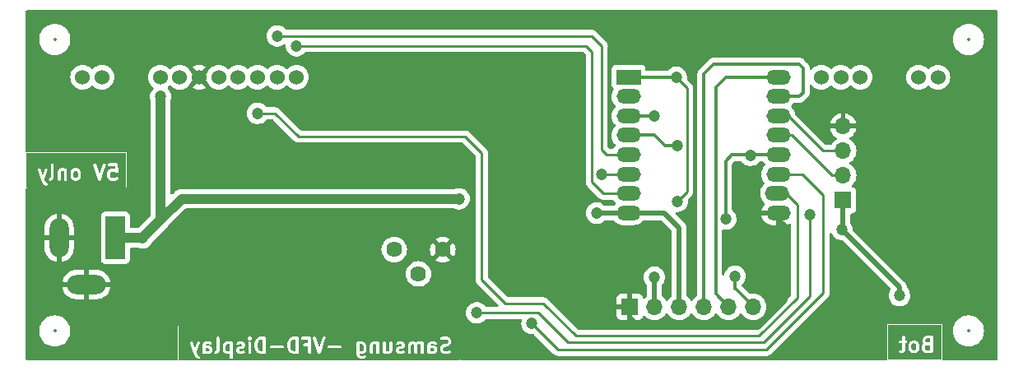
<source format=gbr>
G04 #@! TF.GenerationSoftware,KiCad,Pcbnew,7.0.2*
G04 #@! TF.CreationDate,2023-08-17T14:48:07+02:00*
G04 #@! TF.ProjectId,Samsung-VFD-Display,53616d73-756e-4672-9d56-46442d446973,0.1*
G04 #@! TF.SameCoordinates,Original*
G04 #@! TF.FileFunction,Copper,L2,Bot*
G04 #@! TF.FilePolarity,Positive*
%FSLAX46Y46*%
G04 Gerber Fmt 4.6, Leading zero omitted, Abs format (unit mm)*
G04 Created by KiCad (PCBNEW 7.0.2) date 2023-08-17 14:48:07*
%MOMM*%
%LPD*%
G01*
G04 APERTURE LIST*
%ADD10C,0.300000*%
G04 #@! TA.AperFunction,ComponentPad*
%ADD11R,1.700000X1.700000*%
G04 #@! TD*
G04 #@! TA.AperFunction,ComponentPad*
%ADD12O,1.700000X1.700000*%
G04 #@! TD*
G04 #@! TA.AperFunction,ComponentPad*
%ADD13C,1.620000*%
G04 #@! TD*
G04 #@! TA.AperFunction,ComponentPad*
%ADD14R,2.000000X4.400000*%
G04 #@! TD*
G04 #@! TA.AperFunction,ComponentPad*
%ADD15O,2.000000X4.000000*%
G04 #@! TD*
G04 #@! TA.AperFunction,ComponentPad*
%ADD16O,4.000000X2.000000*%
G04 #@! TD*
G04 #@! TA.AperFunction,ComponentPad*
%ADD17R,2.500000X1.500000*%
G04 #@! TD*
G04 #@! TA.AperFunction,ComponentPad*
%ADD18O,2.500000X1.500000*%
G04 #@! TD*
G04 #@! TA.AperFunction,ComponentPad*
%ADD19C,1.524000*%
G04 #@! TD*
G04 #@! TA.AperFunction,ViaPad*
%ADD20C,1.200000*%
G04 #@! TD*
G04 #@! TA.AperFunction,Conductor*
%ADD21C,0.500000*%
G04 #@! TD*
G04 #@! TA.AperFunction,Conductor*
%ADD22C,1.000000*%
G04 #@! TD*
G04 #@! TA.AperFunction,Conductor*
%ADD23C,0.250000*%
G04 #@! TD*
G04 #@! TA.AperFunction,Conductor*
%ADD24C,0.320000*%
G04 #@! TD*
%ADD25C,0.350000*%
%ADD26O,1.000000X3.400000*%
%ADD27O,1.000000X3.000000*%
%ADD28O,3.000000X1.000000*%
G04 APERTURE END LIST*
D10*
G36*
X122026000Y-92071628D02*
G01*
X121843199Y-92071628D01*
X121685598Y-92019095D01*
X121584991Y-91918486D01*
X121531813Y-91812132D01*
X121468857Y-91560306D01*
X121468857Y-91382949D01*
X121531811Y-91131128D01*
X121584992Y-91024767D01*
X121685598Y-90924161D01*
X121843198Y-90871628D01*
X122026000Y-90871628D01*
X122026000Y-92071628D01*
G37*
G36*
X128944289Y-91416335D02*
G01*
X128981292Y-91453338D01*
X129025999Y-91542752D01*
X129025999Y-91900504D01*
X128981291Y-91989918D01*
X128944287Y-92026922D01*
X128854875Y-92071628D01*
X128639981Y-92071628D01*
X128611714Y-92057494D01*
X128611714Y-91385761D01*
X128639981Y-91371628D01*
X128854874Y-91371628D01*
X128944289Y-91416335D01*
G37*
G36*
X115240285Y-91385762D02*
G01*
X115240285Y-92057494D01*
X115212018Y-92071628D01*
X114997123Y-92071628D01*
X114907708Y-92026920D01*
X114870706Y-91989918D01*
X114825999Y-91900504D01*
X114825999Y-91542753D01*
X114870706Y-91453338D01*
X114907710Y-91416334D01*
X114997123Y-91371628D01*
X115212017Y-91371628D01*
X115240285Y-91385762D01*
G37*
G36*
X113135624Y-91833431D02*
G01*
X113168856Y-91899895D01*
X113168856Y-91971932D01*
X113135624Y-92038396D01*
X113069161Y-92071628D01*
X112782838Y-92071628D01*
X112754571Y-92057494D01*
X112754571Y-91803895D01*
X112764209Y-91805630D01*
X112777301Y-91800200D01*
X113069161Y-91800200D01*
X113135624Y-91833431D01*
G37*
G36*
X136278482Y-91833431D02*
G01*
X136311714Y-91899895D01*
X136311714Y-91971932D01*
X136278482Y-92038396D01*
X136212019Y-92071628D01*
X135925696Y-92071628D01*
X135897429Y-92057494D01*
X135897429Y-91803895D01*
X135907067Y-91805630D01*
X135920159Y-91800200D01*
X136212019Y-91800200D01*
X136278482Y-91833431D01*
G37*
G36*
X118668857Y-92071628D02*
G01*
X118486056Y-92071628D01*
X118328455Y-92019095D01*
X118227848Y-91918486D01*
X118174670Y-91812132D01*
X118111713Y-91560306D01*
X118111714Y-91382949D01*
X118174668Y-91131128D01*
X118227849Y-91024767D01*
X118328455Y-90924161D01*
X118486055Y-90871628D01*
X118668857Y-90871628D01*
X118668857Y-92071628D01*
G37*
G36*
X138840286Y-93069486D02*
G01*
X109990285Y-93069486D01*
X109990285Y-91230600D01*
X111162781Y-91230600D01*
X111520945Y-92233460D01*
X111520370Y-92236443D01*
X111524330Y-92246343D01*
X111523718Y-92256990D01*
X111539056Y-92284169D01*
X111541992Y-92292390D01*
X111543674Y-92294704D01*
X111674940Y-92622868D01*
X111681646Y-92653693D01*
X111706452Y-92678499D01*
X111728136Y-92706090D01*
X111737173Y-92709220D01*
X111770920Y-92742967D01*
X111783809Y-92764667D01*
X111820758Y-92783141D01*
X111857054Y-92802961D01*
X111859978Y-92802751D01*
X111985352Y-92865438D01*
X112049924Y-92877058D01*
X112131291Y-92843311D01*
X112181498Y-92770930D01*
X112184602Y-92682898D01*
X112139618Y-92607161D01*
X111979138Y-92526921D01*
X111946692Y-92494475D01*
X111836351Y-92218623D01*
X112109897Y-91452696D01*
X112449141Y-91452696D01*
X112454571Y-91465788D01*
X112454571Y-91576107D01*
X112453111Y-91617501D01*
X112454571Y-91619959D01*
X112454571Y-92147523D01*
X112453111Y-92188930D01*
X112454571Y-92191388D01*
X112454571Y-92243196D01*
X112473055Y-92306148D01*
X112539628Y-92363833D01*
X112626820Y-92376370D01*
X112675891Y-92353959D01*
X112703384Y-92371628D01*
X112734036Y-92371628D01*
X112764210Y-92377058D01*
X112777302Y-92371628D01*
X113096495Y-92371628D01*
X113132258Y-92375489D01*
X113159672Y-92361781D01*
X113189091Y-92353144D01*
X113198372Y-92342432D01*
X113280331Y-92301453D01*
X113286159Y-92301659D01*
X113319363Y-92281937D01*
X113333801Y-92274719D01*
X113337834Y-92270966D01*
X113361896Y-92256676D01*
X113369458Y-92241551D01*
X113381841Y-92230033D01*
X113382581Y-92227137D01*
X113662621Y-92227137D01*
X113690400Y-92310730D01*
X113758964Y-92366034D01*
X113846543Y-92375489D01*
X113994614Y-92301454D01*
X114000443Y-92301660D01*
X114033647Y-92281937D01*
X114048086Y-92274719D01*
X114052120Y-92270966D01*
X114076180Y-92256676D01*
X114083741Y-92241552D01*
X114096126Y-92230033D01*
X114103060Y-92202915D01*
X114163696Y-92081644D01*
X114183142Y-92051386D01*
X114183142Y-92020735D01*
X114188572Y-91990561D01*
X114183142Y-91977468D01*
X114183142Y-91524123D01*
X114520569Y-91524123D01*
X114525999Y-91537215D01*
X114525999Y-91927838D01*
X114522138Y-91963602D01*
X114535845Y-91991016D01*
X114544483Y-92020434D01*
X114555195Y-92029716D01*
X114604853Y-92129030D01*
X114610218Y-92153692D01*
X114639424Y-92182898D01*
X114667595Y-92213184D01*
X114670435Y-92213910D01*
X114699490Y-92242966D01*
X114712380Y-92264667D01*
X114749338Y-92283146D01*
X114785624Y-92302960D01*
X114788548Y-92302750D01*
X114887407Y-92352180D01*
X114917669Y-92371628D01*
X114948321Y-92371628D01*
X114978495Y-92377058D01*
X114991587Y-92371628D01*
X115239352Y-92371628D01*
X115240285Y-92371728D01*
X115240285Y-92743196D01*
X115258769Y-92806148D01*
X115325342Y-92863833D01*
X115412534Y-92876370D01*
X115492661Y-92839777D01*
X115540285Y-92765672D01*
X115540285Y-92169077D01*
X115546521Y-92144691D01*
X115540284Y-92125925D01*
X115540284Y-91952695D01*
X115877712Y-91952695D01*
X115883142Y-91965787D01*
X115883142Y-91999266D01*
X115879281Y-92035030D01*
X115892988Y-92062445D01*
X115901626Y-92091862D01*
X115912337Y-92101143D01*
X115953316Y-92183101D01*
X115953111Y-92188930D01*
X115972832Y-92222134D01*
X115980052Y-92236573D01*
X115983804Y-92240607D01*
X115998095Y-92264667D01*
X116013218Y-92272228D01*
X116024738Y-92284613D01*
X116051854Y-92291546D01*
X116173122Y-92352180D01*
X116203384Y-92371628D01*
X116234036Y-92371628D01*
X116264210Y-92377058D01*
X116277302Y-92371628D01*
X116525066Y-92371628D01*
X116560829Y-92375489D01*
X116588243Y-92361781D01*
X116617662Y-92353144D01*
X116626943Y-92342432D01*
X116762372Y-92274719D01*
X116796261Y-92243196D01*
X117168857Y-92243196D01*
X117187341Y-92306148D01*
X117253914Y-92363833D01*
X117341106Y-92376370D01*
X117421233Y-92339777D01*
X117468857Y-92265672D01*
X117468857Y-91572422D01*
X117805510Y-91572422D01*
X117811714Y-91597237D01*
X117811714Y-91600339D01*
X117816932Y-91618112D01*
X117881140Y-91874944D01*
X117879281Y-91892173D01*
X117891614Y-91916840D01*
X117892852Y-91921789D01*
X117901225Y-91936061D01*
X117961995Y-92057600D01*
X117967361Y-92082264D01*
X117996585Y-92111489D01*
X118024738Y-92141755D01*
X118027577Y-92142481D01*
X118135652Y-92250557D01*
X118158210Y-92278575D01*
X118187289Y-92288268D01*
X118214196Y-92302960D01*
X118228332Y-92301948D01*
X118396439Y-92357983D01*
X118417670Y-92371628D01*
X118458993Y-92371628D01*
X118500308Y-92373122D01*
X118502829Y-92371628D01*
X118808126Y-92371628D01*
X118841106Y-92376370D01*
X118871412Y-92362529D01*
X118903377Y-92353144D01*
X118910851Y-92344518D01*
X118921233Y-92339777D01*
X118939245Y-92311749D01*
X118961062Y-92286571D01*
X118962686Y-92275273D01*
X118968857Y-92265672D01*
X118968857Y-92232358D01*
X118973599Y-92199379D01*
X118968857Y-92188995D01*
X118968857Y-91672449D01*
X119378401Y-91672449D01*
X119414994Y-91752576D01*
X119489099Y-91800200D01*
X120697568Y-91800200D01*
X120760520Y-91781716D01*
X120818205Y-91715143D01*
X120830742Y-91627951D01*
X120805383Y-91572422D01*
X121162653Y-91572422D01*
X121168857Y-91597237D01*
X121168857Y-91600339D01*
X121174075Y-91618112D01*
X121238283Y-91874944D01*
X121236424Y-91892173D01*
X121248757Y-91916840D01*
X121249995Y-91921789D01*
X121258368Y-91936061D01*
X121319138Y-92057600D01*
X121324504Y-92082264D01*
X121353728Y-92111489D01*
X121381881Y-92141755D01*
X121384720Y-92142481D01*
X121492795Y-92250557D01*
X121515353Y-92278575D01*
X121544432Y-92288268D01*
X121571339Y-92302960D01*
X121585475Y-92301948D01*
X121753582Y-92357983D01*
X121774813Y-92371628D01*
X121816136Y-92371628D01*
X121857451Y-92373122D01*
X121859972Y-92371628D01*
X122165269Y-92371628D01*
X122198249Y-92376370D01*
X122228555Y-92362529D01*
X122260520Y-92353144D01*
X122267994Y-92344518D01*
X122278376Y-92339777D01*
X122296388Y-92311749D01*
X122318205Y-92286571D01*
X122319829Y-92275273D01*
X122326000Y-92265672D01*
X122326000Y-92232358D01*
X122330742Y-92199379D01*
X122326000Y-92188995D01*
X122326000Y-90743877D01*
X122592686Y-90743877D01*
X122629279Y-90824004D01*
X122703384Y-90871628D01*
X123311714Y-90871628D01*
X123311714Y-91285914D01*
X122940146Y-91285914D01*
X122877194Y-91304398D01*
X122819509Y-91370971D01*
X122806972Y-91458163D01*
X122843565Y-91538290D01*
X122917670Y-91585914D01*
X123311714Y-91585914D01*
X123311714Y-92243196D01*
X123330198Y-92306148D01*
X123396771Y-92363833D01*
X123483963Y-92376370D01*
X123564090Y-92339777D01*
X123611714Y-92265672D01*
X123611714Y-91446644D01*
X123616456Y-91413665D01*
X123611714Y-91403281D01*
X123611714Y-90732358D01*
X123612444Y-90727278D01*
X123805483Y-90727278D01*
X124310829Y-92243319D01*
X124310218Y-92260222D01*
X124324489Y-92284300D01*
X124326231Y-92289524D01*
X124335440Y-92302775D01*
X124355133Y-92335999D01*
X124360345Y-92338611D01*
X124363674Y-92343400D01*
X124399357Y-92358161D01*
X124433887Y-92375465D01*
X124439686Y-92374844D01*
X124445072Y-92377072D01*
X124483069Y-92370199D01*
X124521473Y-92366088D01*
X124526013Y-92362432D01*
X124531754Y-92361394D01*
X124560014Y-92335058D01*
X124590088Y-92310846D01*
X124591931Y-92305314D01*
X124596197Y-92301340D01*
X124605729Y-92263922D01*
X124802887Y-91672449D01*
X125306972Y-91672449D01*
X125343565Y-91752576D01*
X125417670Y-91800200D01*
X126626139Y-91800200D01*
X126689091Y-91781716D01*
X126746776Y-91715143D01*
X126759313Y-91627951D01*
X126722720Y-91547824D01*
X126648615Y-91500200D01*
X125440146Y-91500200D01*
X125377194Y-91518684D01*
X125319509Y-91585257D01*
X125306972Y-91672449D01*
X124802887Y-91672449D01*
X124927514Y-91298567D01*
X128305479Y-91298567D01*
X128311714Y-91317328D01*
X128311714Y-92147523D01*
X128310254Y-92188930D01*
X128311714Y-92191388D01*
X128311714Y-92427837D01*
X128307853Y-92463601D01*
X128321560Y-92491015D01*
X128330198Y-92520434D01*
X128340909Y-92529715D01*
X128390567Y-92629031D01*
X128395932Y-92653693D01*
X128425137Y-92682898D01*
X128453309Y-92713184D01*
X128456149Y-92713910D01*
X128485206Y-92742967D01*
X128498095Y-92764667D01*
X128535044Y-92783141D01*
X128571340Y-92802961D01*
X128574264Y-92802751D01*
X128673122Y-92852180D01*
X128703384Y-92871628D01*
X128734036Y-92871628D01*
X128764210Y-92877058D01*
X128777302Y-92871628D01*
X128953638Y-92871628D01*
X128989401Y-92875489D01*
X129016815Y-92861781D01*
X129046234Y-92853144D01*
X129055515Y-92842432D01*
X129190944Y-92774719D01*
X129238984Y-92730033D01*
X129260807Y-92644691D01*
X129233027Y-92561097D01*
X129164463Y-92505794D01*
X129076884Y-92496339D01*
X128926304Y-92571628D01*
X128782838Y-92571628D01*
X128693424Y-92526921D01*
X128656419Y-92489916D01*
X128611714Y-92400503D01*
X128611714Y-92375323D01*
X128621353Y-92377058D01*
X128634445Y-92371628D01*
X128882209Y-92371628D01*
X128917972Y-92375489D01*
X128945386Y-92361781D01*
X128974805Y-92353144D01*
X128984086Y-92342432D01*
X129083402Y-92292774D01*
X129108064Y-92287410D01*
X129137275Y-92258198D01*
X129167555Y-92230033D01*
X129168281Y-92227192D01*
X129197338Y-92198135D01*
X129219038Y-92185247D01*
X129237512Y-92148297D01*
X129257332Y-92112002D01*
X129257122Y-92109077D01*
X129306551Y-92010219D01*
X129325999Y-91979958D01*
X129325999Y-91949306D01*
X129331429Y-91919132D01*
X129325999Y-91906039D01*
X129325999Y-91515418D01*
X129329860Y-91479655D01*
X129316380Y-91452696D01*
X129663427Y-91452696D01*
X129668857Y-91465788D01*
X129668857Y-92243196D01*
X129687341Y-92306148D01*
X129753914Y-92363833D01*
X129841106Y-92376370D01*
X129921233Y-92339777D01*
X129968857Y-92265672D01*
X129968857Y-91471323D01*
X130002088Y-91404859D01*
X130068552Y-91371628D01*
X130212017Y-91371628D01*
X130301432Y-91416335D01*
X130311714Y-91426617D01*
X130311714Y-92243196D01*
X130330198Y-92306148D01*
X130396771Y-92363833D01*
X130483963Y-92376370D01*
X130564090Y-92339777D01*
X130611714Y-92265672D01*
X130611714Y-92067617D01*
X131020065Y-92067617D01*
X131025999Y-92094898D01*
X131026000Y-92243196D01*
X131044484Y-92306148D01*
X131111057Y-92363833D01*
X131198249Y-92376370D01*
X131278376Y-92339777D01*
X131281487Y-92334934D01*
X131315979Y-92352180D01*
X131346241Y-92371628D01*
X131376893Y-92371628D01*
X131407067Y-92377058D01*
X131420159Y-92371628D01*
X131596495Y-92371628D01*
X131632258Y-92375489D01*
X131659672Y-92361781D01*
X131689091Y-92353144D01*
X131698372Y-92342432D01*
X131780329Y-92301454D01*
X131786158Y-92301660D01*
X131819362Y-92281937D01*
X131833801Y-92274719D01*
X131837835Y-92270966D01*
X131861895Y-92256676D01*
X131869456Y-92241552D01*
X131881841Y-92230033D01*
X131888775Y-92202915D01*
X131949411Y-92081644D01*
X131968857Y-92051386D01*
X131968856Y-92020735D01*
X131974287Y-91990561D01*
X131968857Y-91977468D01*
X131968857Y-91952695D01*
X132306284Y-91952695D01*
X132311714Y-91965787D01*
X132311714Y-91999266D01*
X132307853Y-92035030D01*
X132321560Y-92062445D01*
X132330198Y-92091862D01*
X132340909Y-92101143D01*
X132381888Y-92183101D01*
X132381683Y-92188930D01*
X132401404Y-92222134D01*
X132408624Y-92236573D01*
X132412376Y-92240607D01*
X132426667Y-92264667D01*
X132441790Y-92272228D01*
X132453310Y-92284613D01*
X132480426Y-92291546D01*
X132601694Y-92352180D01*
X132631956Y-92371628D01*
X132662608Y-92371628D01*
X132692782Y-92377058D01*
X132705874Y-92371628D01*
X132953638Y-92371628D01*
X132989401Y-92375489D01*
X133016815Y-92361781D01*
X133046234Y-92353144D01*
X133055515Y-92342432D01*
X133190944Y-92274719D01*
X133238984Y-92230033D01*
X133260807Y-92144691D01*
X133233027Y-92061097D01*
X133164463Y-92005794D01*
X133076884Y-91996339D01*
X132926304Y-92071628D01*
X132711410Y-92071628D01*
X132644946Y-92038396D01*
X132611714Y-91971931D01*
X132611714Y-91971325D01*
X132644946Y-91904859D01*
X132711410Y-91871628D01*
X132882210Y-91871628D01*
X132917973Y-91875489D01*
X132945387Y-91861781D01*
X132974806Y-91853144D01*
X132984087Y-91842432D01*
X133066046Y-91801453D01*
X133071874Y-91801659D01*
X133105078Y-91781937D01*
X133119516Y-91774719D01*
X133123549Y-91770966D01*
X133147611Y-91756676D01*
X133155173Y-91741551D01*
X133167556Y-91730033D01*
X133174489Y-91702917D01*
X133235124Y-91581645D01*
X133254571Y-91551386D01*
X133254571Y-91520734D01*
X133260001Y-91490560D01*
X133254571Y-91477468D01*
X133254570Y-91452695D01*
X133591998Y-91452695D01*
X133597428Y-91465787D01*
X133597428Y-92243196D01*
X133615912Y-92306148D01*
X133682485Y-92363833D01*
X133769677Y-92376370D01*
X133849804Y-92339777D01*
X133897428Y-92265672D01*
X133897428Y-91471324D01*
X133930660Y-91404859D01*
X133997124Y-91371628D01*
X134140589Y-91371628D01*
X134207054Y-91404860D01*
X134240286Y-91471323D01*
X134240286Y-92243196D01*
X134258770Y-92306148D01*
X134325343Y-92363833D01*
X134412535Y-92376370D01*
X134492662Y-92339777D01*
X134540286Y-92265672D01*
X134540286Y-91471323D01*
X134573517Y-91404859D01*
X134639981Y-91371628D01*
X134783446Y-91371628D01*
X134872861Y-91416335D01*
X134883143Y-91426617D01*
X134883143Y-92243196D01*
X134901627Y-92306148D01*
X134968200Y-92363833D01*
X135055392Y-92376370D01*
X135135519Y-92339777D01*
X135183143Y-92265672D01*
X135183143Y-91452696D01*
X135591999Y-91452696D01*
X135597429Y-91465788D01*
X135597429Y-91576107D01*
X135595969Y-91617501D01*
X135597429Y-91619959D01*
X135597429Y-92147523D01*
X135595969Y-92188930D01*
X135597429Y-92191388D01*
X135597429Y-92243196D01*
X135615913Y-92306148D01*
X135682486Y-92363833D01*
X135769678Y-92376370D01*
X135818749Y-92353959D01*
X135846242Y-92371628D01*
X135876894Y-92371628D01*
X135907068Y-92377058D01*
X135920160Y-92371628D01*
X136239353Y-92371628D01*
X136275116Y-92375489D01*
X136302530Y-92361781D01*
X136331949Y-92353144D01*
X136341230Y-92342432D01*
X136423189Y-92301453D01*
X136429017Y-92301659D01*
X136462221Y-92281937D01*
X136476659Y-92274719D01*
X136480692Y-92270966D01*
X136504754Y-92256676D01*
X136512316Y-92241551D01*
X136524699Y-92230033D01*
X136531632Y-92202917D01*
X136592267Y-92081645D01*
X136611714Y-92051386D01*
X136611714Y-92020734D01*
X136617144Y-91990560D01*
X136611714Y-91977468D01*
X136611714Y-91872561D01*
X136615575Y-91836798D01*
X136601867Y-91809383D01*
X136593230Y-91779965D01*
X136582518Y-91770683D01*
X136541540Y-91688726D01*
X136541746Y-91682898D01*
X136522023Y-91649693D01*
X136514805Y-91635255D01*
X136511052Y-91631220D01*
X136496762Y-91607161D01*
X136481638Y-91599599D01*
X136470119Y-91587215D01*
X136443002Y-91580281D01*
X136321731Y-91519645D01*
X136291473Y-91500200D01*
X136260822Y-91500200D01*
X136230647Y-91494770D01*
X136217555Y-91500200D01*
X135925696Y-91500200D01*
X135897429Y-91486066D01*
X135897429Y-91471323D01*
X135930660Y-91404859D01*
X135997124Y-91371628D01*
X136212018Y-91371628D01*
X136342494Y-91436866D01*
X136407067Y-91448487D01*
X136488434Y-91414740D01*
X136538641Y-91342360D01*
X136541746Y-91254327D01*
X136496762Y-91178590D01*
X136321738Y-91091078D01*
X136291473Y-91071628D01*
X136260820Y-91071628D01*
X136230648Y-91066198D01*
X136217556Y-91071628D01*
X135969789Y-91071628D01*
X135934025Y-91067767D01*
X135906609Y-91081475D01*
X135877194Y-91090112D01*
X135867912Y-91100823D01*
X135785956Y-91141802D01*
X135780127Y-91141597D01*
X135746913Y-91161324D01*
X135732484Y-91168539D01*
X135728452Y-91172289D01*
X135704390Y-91186581D01*
X135696828Y-91201704D01*
X135684444Y-91213224D01*
X135677510Y-91240339D01*
X135616874Y-91361611D01*
X135597429Y-91391870D01*
X135597429Y-91422521D01*
X135591999Y-91452696D01*
X135183143Y-91452696D01*
X135183143Y-91391549D01*
X135189078Y-91375637D01*
X135183143Y-91348356D01*
X135183143Y-91200060D01*
X135164659Y-91137108D01*
X135098086Y-91079423D01*
X135010894Y-91066886D01*
X134930767Y-91103479D01*
X134927654Y-91108322D01*
X134893166Y-91091078D01*
X134862901Y-91071628D01*
X134832248Y-91071628D01*
X134802076Y-91066198D01*
X134788984Y-91071628D01*
X134612646Y-91071628D01*
X134576882Y-91067767D01*
X134549466Y-91081475D01*
X134520051Y-91090112D01*
X134510769Y-91100823D01*
X134428813Y-91141802D01*
X134422984Y-91141597D01*
X134395609Y-91157856D01*
X134371574Y-91151710D01*
X134250309Y-91091078D01*
X134220044Y-91071628D01*
X134189391Y-91071628D01*
X134159219Y-91066198D01*
X134146127Y-91071628D01*
X133969789Y-91071628D01*
X133934025Y-91067767D01*
X133906609Y-91081475D01*
X133877194Y-91090112D01*
X133867912Y-91100823D01*
X133785956Y-91141802D01*
X133780127Y-91141597D01*
X133746913Y-91161324D01*
X133732484Y-91168539D01*
X133728452Y-91172289D01*
X133704390Y-91186581D01*
X133696828Y-91201704D01*
X133684444Y-91213224D01*
X133677510Y-91240339D01*
X133616878Y-91361604D01*
X133597428Y-91391870D01*
X133597427Y-91422523D01*
X133591998Y-91452695D01*
X133254570Y-91452695D01*
X133254570Y-91443990D01*
X133258432Y-91408227D01*
X133244724Y-91380812D01*
X133236087Y-91351394D01*
X133225375Y-91342112D01*
X133184397Y-91260155D01*
X133184603Y-91254327D01*
X133164880Y-91221122D01*
X133157662Y-91206684D01*
X133153909Y-91202649D01*
X133139619Y-91178590D01*
X133124495Y-91171028D01*
X133112976Y-91158644D01*
X133085859Y-91151710D01*
X132964595Y-91091078D01*
X132934330Y-91071628D01*
X132903677Y-91071628D01*
X132873505Y-91066198D01*
X132860413Y-91071628D01*
X132684075Y-91071628D01*
X132648311Y-91067767D01*
X132620895Y-91081475D01*
X132591480Y-91090112D01*
X132582198Y-91100823D01*
X132446770Y-91168539D01*
X132398730Y-91213224D01*
X132376908Y-91298567D01*
X132404688Y-91382160D01*
X132473252Y-91437463D01*
X132560831Y-91446918D01*
X132711410Y-91371628D01*
X132854875Y-91371628D01*
X132921339Y-91404860D01*
X132954571Y-91471324D01*
X132954571Y-91471932D01*
X132921339Y-91538396D01*
X132854876Y-91571628D01*
X132684075Y-91571628D01*
X132648311Y-91567767D01*
X132620895Y-91581475D01*
X132591480Y-91590112D01*
X132582198Y-91600823D01*
X132500242Y-91641802D01*
X132494413Y-91641597D01*
X132461199Y-91661324D01*
X132446770Y-91668539D01*
X132442738Y-91672289D01*
X132418676Y-91686581D01*
X132411114Y-91701704D01*
X132398730Y-91713224D01*
X132391796Y-91740339D01*
X132331164Y-91861604D01*
X132311714Y-91891870D01*
X132311714Y-91922523D01*
X132306284Y-91952695D01*
X131968857Y-91952695D01*
X131968857Y-91200060D01*
X131950373Y-91137108D01*
X131883800Y-91079423D01*
X131796608Y-91066886D01*
X131716481Y-91103479D01*
X131668857Y-91177584D01*
X131668857Y-91971931D01*
X131635624Y-92038396D01*
X131569161Y-92071628D01*
X131425695Y-92071628D01*
X131336280Y-92026920D01*
X131326000Y-92016640D01*
X131326000Y-91200060D01*
X131307516Y-91137108D01*
X131240943Y-91079423D01*
X131153751Y-91066886D01*
X131073624Y-91103479D01*
X131026000Y-91177584D01*
X131026000Y-92051704D01*
X131020065Y-92067617D01*
X130611714Y-92067617D01*
X130611714Y-91391549D01*
X130617649Y-91375637D01*
X130611714Y-91348356D01*
X130611714Y-91200060D01*
X130593230Y-91137108D01*
X130526657Y-91079423D01*
X130439465Y-91066886D01*
X130359338Y-91103479D01*
X130356225Y-91108322D01*
X130321737Y-91091078D01*
X130291472Y-91071628D01*
X130260819Y-91071628D01*
X130230647Y-91066198D01*
X130217555Y-91071628D01*
X130041217Y-91071628D01*
X130005453Y-91067767D01*
X129978037Y-91081475D01*
X129948622Y-91090112D01*
X129939340Y-91100823D01*
X129857384Y-91141802D01*
X129851555Y-91141597D01*
X129818341Y-91161324D01*
X129803912Y-91168539D01*
X129799880Y-91172289D01*
X129775818Y-91186581D01*
X129768256Y-91201704D01*
X129755872Y-91213224D01*
X129748938Y-91240339D01*
X129688302Y-91361611D01*
X129668857Y-91391870D01*
X129668856Y-91422521D01*
X129663427Y-91452696D01*
X129316380Y-91452696D01*
X129316152Y-91452240D01*
X129307515Y-91422822D01*
X129296803Y-91413540D01*
X129247145Y-91314222D01*
X129241780Y-91289562D01*
X129212572Y-91260354D01*
X129184404Y-91230072D01*
X129181563Y-91229345D01*
X129152505Y-91200288D01*
X129139618Y-91178590D01*
X129102668Y-91160115D01*
X129066372Y-91140296D01*
X129063448Y-91140505D01*
X128964594Y-91091078D01*
X128934329Y-91071628D01*
X128903676Y-91071628D01*
X128873504Y-91066198D01*
X128860412Y-91071628D01*
X128612646Y-91071628D01*
X128576882Y-91067767D01*
X128549466Y-91081475D01*
X128534198Y-91085957D01*
X128526657Y-91079423D01*
X128439465Y-91066886D01*
X128359338Y-91103479D01*
X128311714Y-91177584D01*
X128311714Y-91274182D01*
X128305479Y-91298567D01*
X124927514Y-91298567D01*
X125101564Y-90776416D01*
X136877698Y-90776416D01*
X136893377Y-90863098D01*
X136953430Y-90927542D01*
X137038793Y-90949287D01*
X137271769Y-90871628D01*
X137569160Y-90871628D01*
X137658575Y-90916335D01*
X137695578Y-90953338D01*
X137740285Y-91042752D01*
X137740285Y-91114790D01*
X137695577Y-91204204D01*
X137658575Y-91241206D01*
X137552218Y-91294385D01*
X137308396Y-91355341D01*
X137291168Y-91353481D01*
X137266499Y-91365815D01*
X137261553Y-91367052D01*
X137247283Y-91375423D01*
X137125740Y-91436195D01*
X137101078Y-91441561D01*
X137071857Y-91470781D01*
X137041587Y-91498938D01*
X137040860Y-91501778D01*
X137011803Y-91530835D01*
X136990104Y-91543724D01*
X136971628Y-91580675D01*
X136951810Y-91616969D01*
X136952019Y-91619893D01*
X136902592Y-91718747D01*
X136883142Y-91749013D01*
X136883142Y-91779666D01*
X136877712Y-91809838D01*
X136883142Y-91822930D01*
X136883142Y-91927838D01*
X136879281Y-91963602D01*
X136892988Y-91991016D01*
X136901626Y-92020434D01*
X136912338Y-92029716D01*
X136961995Y-92129029D01*
X136967361Y-92153693D01*
X136996581Y-92182913D01*
X137024738Y-92213184D01*
X137027578Y-92213910D01*
X137056635Y-92242967D01*
X137069524Y-92264667D01*
X137106473Y-92283141D01*
X137142769Y-92302961D01*
X137145693Y-92302751D01*
X137244551Y-92352180D01*
X137274813Y-92371628D01*
X137305465Y-92371628D01*
X137335639Y-92377058D01*
X137348731Y-92371628D01*
X137657195Y-92371628D01*
X137681650Y-92377858D01*
X137720837Y-92364795D01*
X137760520Y-92353144D01*
X137762439Y-92350928D01*
X137958180Y-92285682D01*
X138012056Y-92248240D01*
X138045729Y-92166841D01*
X138030050Y-92080159D01*
X137969997Y-92015716D01*
X137884635Y-91993970D01*
X137651659Y-92071628D01*
X137354267Y-92071628D01*
X137264853Y-92026921D01*
X137227849Y-91989917D01*
X137183142Y-91900504D01*
X137183142Y-91828467D01*
X137227848Y-91739054D01*
X137264854Y-91702048D01*
X137371208Y-91648870D01*
X137615030Y-91587915D01*
X137632259Y-91589775D01*
X137656926Y-91577441D01*
X137661875Y-91576204D01*
X137676147Y-91567830D01*
X137797687Y-91507059D01*
X137822349Y-91501695D01*
X137851563Y-91472480D01*
X137881841Y-91444318D01*
X137882567Y-91441477D01*
X137911623Y-91412422D01*
X137933324Y-91399533D01*
X137951803Y-91362574D01*
X137971617Y-91326289D01*
X137971407Y-91323364D01*
X138020837Y-91224505D01*
X138040285Y-91194244D01*
X138040285Y-91163592D01*
X138045715Y-91133418D01*
X138040285Y-91120325D01*
X138040285Y-91015418D01*
X138044146Y-90979655D01*
X138030438Y-90952240D01*
X138021801Y-90922822D01*
X138011089Y-90913540D01*
X137961431Y-90814222D01*
X137956066Y-90789562D01*
X137926858Y-90760354D01*
X137898690Y-90730072D01*
X137895849Y-90729345D01*
X137866791Y-90700288D01*
X137853904Y-90678590D01*
X137816954Y-90660115D01*
X137780658Y-90640296D01*
X137777734Y-90640505D01*
X137678880Y-90591078D01*
X137648615Y-90571628D01*
X137617962Y-90571628D01*
X137587790Y-90566198D01*
X137574698Y-90571628D01*
X137266232Y-90571628D01*
X137241777Y-90565398D01*
X137202584Y-90578462D01*
X137162908Y-90590112D01*
X137160988Y-90592327D01*
X136965246Y-90657575D01*
X136911370Y-90695018D01*
X136877698Y-90776416D01*
X125101564Y-90776416D01*
X125110836Y-90748601D01*
X125113208Y-90683034D01*
X125068293Y-90607257D01*
X124989540Y-90567791D01*
X124901953Y-90577168D01*
X124833338Y-90632410D01*
X124461712Y-91747286D01*
X124097195Y-90653733D01*
X124059752Y-90599856D01*
X123978354Y-90566184D01*
X123891672Y-90581863D01*
X123827229Y-90641916D01*
X123805483Y-90727278D01*
X123612444Y-90727278D01*
X123616456Y-90699379D01*
X123602615Y-90669072D01*
X123593230Y-90637108D01*
X123584604Y-90629633D01*
X123579863Y-90619252D01*
X123551835Y-90601239D01*
X123526657Y-90579423D01*
X123515359Y-90577798D01*
X123505758Y-90571628D01*
X123472445Y-90571628D01*
X123439465Y-90566886D01*
X123429082Y-90571628D01*
X122725860Y-90571628D01*
X122662908Y-90590112D01*
X122605223Y-90656685D01*
X122592686Y-90743877D01*
X122326000Y-90743877D01*
X122326000Y-90732358D01*
X122330742Y-90699379D01*
X122316901Y-90669072D01*
X122307516Y-90637108D01*
X122298890Y-90629633D01*
X122294149Y-90619252D01*
X122266121Y-90601239D01*
X122240943Y-90579423D01*
X122229645Y-90577798D01*
X122220044Y-90571628D01*
X122186731Y-90571628D01*
X122153751Y-90566886D01*
X122143368Y-90571628D01*
X121837661Y-90571628D01*
X121813206Y-90565398D01*
X121774013Y-90578462D01*
X121734337Y-90590112D01*
X121732417Y-90592327D01*
X121564798Y-90648200D01*
X121529649Y-90655847D01*
X121507974Y-90677521D01*
X121482799Y-90695018D01*
X121477381Y-90708114D01*
X121368946Y-90816549D01*
X121347247Y-90829438D01*
X121328771Y-90866389D01*
X121308953Y-90902683D01*
X121309162Y-90905607D01*
X121268070Y-90987791D01*
X121255446Y-90999662D01*
X121248757Y-91026417D01*
X121246476Y-91030980D01*
X121243544Y-91047267D01*
X121179323Y-91304154D01*
X121168857Y-91320441D01*
X121168857Y-91346020D01*
X121168105Y-91349029D01*
X121168857Y-91367534D01*
X121168857Y-91554083D01*
X121162653Y-91572422D01*
X120805383Y-91572422D01*
X120794149Y-91547824D01*
X120720044Y-91500200D01*
X119511575Y-91500200D01*
X119448623Y-91518684D01*
X119390938Y-91585257D01*
X119378401Y-91672449D01*
X118968857Y-91672449D01*
X118968857Y-90732358D01*
X118973599Y-90699379D01*
X118959758Y-90669072D01*
X118950373Y-90637108D01*
X118941747Y-90629633D01*
X118937006Y-90619252D01*
X118908978Y-90601239D01*
X118883800Y-90579423D01*
X118872502Y-90577798D01*
X118862901Y-90571628D01*
X118829588Y-90571628D01*
X118796608Y-90566886D01*
X118786225Y-90571628D01*
X118480518Y-90571628D01*
X118456063Y-90565398D01*
X118416870Y-90578462D01*
X118377194Y-90590112D01*
X118375274Y-90592327D01*
X118207655Y-90648200D01*
X118172506Y-90655847D01*
X118150831Y-90677521D01*
X118125656Y-90695018D01*
X118120238Y-90708114D01*
X118011803Y-90816549D01*
X117990104Y-90829438D01*
X117971628Y-90866389D01*
X117951810Y-90902683D01*
X117952019Y-90905607D01*
X117910927Y-90987791D01*
X117898303Y-90999662D01*
X117891614Y-91026417D01*
X117889333Y-91030980D01*
X117886401Y-91047267D01*
X117822180Y-91304154D01*
X117811714Y-91320441D01*
X117811714Y-91346020D01*
X117810962Y-91349029D01*
X117811714Y-91367534D01*
X117811714Y-91554083D01*
X117805510Y-91572422D01*
X117468857Y-91572422D01*
X117468857Y-91200060D01*
X117450373Y-91137108D01*
X117383800Y-91079423D01*
X117296608Y-91066886D01*
X117216481Y-91103479D01*
X117168857Y-91177584D01*
X117168857Y-92243196D01*
X116796261Y-92243196D01*
X116810412Y-92230033D01*
X116832235Y-92144691D01*
X116804455Y-92061097D01*
X116735891Y-92005794D01*
X116648312Y-91996339D01*
X116497732Y-92071628D01*
X116282838Y-92071628D01*
X116216374Y-92038396D01*
X116183142Y-91971931D01*
X116183142Y-91971325D01*
X116216374Y-91904859D01*
X116282838Y-91871628D01*
X116453638Y-91871628D01*
X116489401Y-91875489D01*
X116516815Y-91861781D01*
X116546234Y-91853144D01*
X116555515Y-91842432D01*
X116637474Y-91801453D01*
X116643302Y-91801659D01*
X116676506Y-91781937D01*
X116690944Y-91774719D01*
X116694977Y-91770966D01*
X116719039Y-91756676D01*
X116726601Y-91741551D01*
X116738984Y-91730033D01*
X116745917Y-91702917D01*
X116806552Y-91581645D01*
X116825999Y-91551386D01*
X116825999Y-91520734D01*
X116831429Y-91490560D01*
X116825999Y-91477468D01*
X116825998Y-91443990D01*
X116829860Y-91408227D01*
X116816152Y-91380812D01*
X116807515Y-91351394D01*
X116796803Y-91342112D01*
X116755825Y-91260155D01*
X116756031Y-91254327D01*
X116736308Y-91221122D01*
X116729090Y-91206684D01*
X116725337Y-91202649D01*
X116711047Y-91178590D01*
X116695923Y-91171028D01*
X116684404Y-91158644D01*
X116657287Y-91151710D01*
X116536023Y-91091078D01*
X116505758Y-91071628D01*
X116475105Y-91071628D01*
X116444933Y-91066198D01*
X116431841Y-91071628D01*
X116255503Y-91071628D01*
X116219739Y-91067767D01*
X116192323Y-91081475D01*
X116162908Y-91090112D01*
X116153626Y-91100823D01*
X116018198Y-91168539D01*
X115970158Y-91213224D01*
X115948336Y-91298567D01*
X115976116Y-91382160D01*
X116044680Y-91437463D01*
X116132259Y-91446918D01*
X116282838Y-91371628D01*
X116426303Y-91371628D01*
X116492767Y-91404860D01*
X116525999Y-91471324D01*
X116525999Y-91471932D01*
X116492767Y-91538396D01*
X116426304Y-91571628D01*
X116255503Y-91571628D01*
X116219739Y-91567767D01*
X116192323Y-91581475D01*
X116162908Y-91590112D01*
X116153626Y-91600823D01*
X116071670Y-91641802D01*
X116065841Y-91641597D01*
X116032627Y-91661324D01*
X116018198Y-91668539D01*
X116014166Y-91672289D01*
X115990104Y-91686581D01*
X115982542Y-91701704D01*
X115970158Y-91713224D01*
X115963224Y-91740339D01*
X115902592Y-91861604D01*
X115883142Y-91891870D01*
X115883142Y-91922523D01*
X115877712Y-91952695D01*
X115540284Y-91952695D01*
X115540285Y-91295720D01*
X115541745Y-91254327D01*
X115540285Y-91251868D01*
X115540285Y-91200060D01*
X115521801Y-91137108D01*
X115455228Y-91079423D01*
X115368036Y-91066886D01*
X115318964Y-91089296D01*
X115291472Y-91071628D01*
X115260819Y-91071628D01*
X115230647Y-91066198D01*
X115217555Y-91071628D01*
X114969788Y-91071628D01*
X114934024Y-91067767D01*
X114906608Y-91081475D01*
X114877193Y-91090112D01*
X114867911Y-91100823D01*
X114768596Y-91150481D01*
X114743933Y-91155847D01*
X114714702Y-91185077D01*
X114684443Y-91213224D01*
X114683716Y-91216063D01*
X114654659Y-91245121D01*
X114632961Y-91258009D01*
X114614485Y-91294960D01*
X114594667Y-91331254D01*
X114594876Y-91334178D01*
X114545449Y-91433032D01*
X114525999Y-91463298D01*
X114525999Y-91493951D01*
X114520569Y-91524123D01*
X114183142Y-91524123D01*
X114183142Y-90781905D01*
X117091493Y-90781905D01*
X117098574Y-90814457D01*
X117100952Y-90847689D01*
X117107792Y-90856827D01*
X117110219Y-90867980D01*
X117133771Y-90891532D01*
X117153741Y-90918209D01*
X117164438Y-90922199D01*
X117185718Y-90943477D01*
X117187341Y-90949005D01*
X117208438Y-90967286D01*
X117225170Y-90989637D01*
X117241083Y-90995572D01*
X117253914Y-91006690D01*
X117270721Y-91009106D01*
X117285627Y-91017246D01*
X117297010Y-91016431D01*
X117307704Y-91020420D01*
X117324297Y-91016810D01*
X117341106Y-91019227D01*
X117356555Y-91012171D01*
X117373490Y-91010960D01*
X117382625Y-91004121D01*
X117393779Y-91001695D01*
X117405785Y-90989688D01*
X117421233Y-90982634D01*
X117430414Y-90968347D01*
X117444009Y-90958171D01*
X117447997Y-90947476D01*
X117488764Y-90906709D01*
X117515436Y-90886744D01*
X117527079Y-90855527D01*
X117543045Y-90826289D01*
X117542230Y-90814906D01*
X117546220Y-90804211D01*
X117539136Y-90771650D01*
X117536760Y-90738425D01*
X117529921Y-90729289D01*
X117527495Y-90718136D01*
X117503936Y-90694576D01*
X117483971Y-90667906D01*
X117473277Y-90663917D01*
X117451996Y-90642635D01*
X117450373Y-90637108D01*
X117429275Y-90618827D01*
X117412544Y-90596476D01*
X117396630Y-90590540D01*
X117383800Y-90579423D01*
X117366992Y-90577006D01*
X117352089Y-90568868D01*
X117340705Y-90569682D01*
X117330010Y-90565693D01*
X117313416Y-90569302D01*
X117296608Y-90566886D01*
X117281160Y-90573940D01*
X117264226Y-90575152D01*
X117255089Y-90581991D01*
X117243935Y-90584418D01*
X117231928Y-90596424D01*
X117216481Y-90603479D01*
X117207301Y-90617763D01*
X117193706Y-90627940D01*
X117189716Y-90638636D01*
X117148949Y-90679403D01*
X117122276Y-90699371D01*
X117110633Y-90730586D01*
X117094667Y-90759826D01*
X117095481Y-90771211D01*
X117091493Y-90781905D01*
X114183142Y-90781905D01*
X114183142Y-90700060D01*
X114164658Y-90637108D01*
X114098085Y-90579423D01*
X114010893Y-90566886D01*
X113930766Y-90603479D01*
X113883142Y-90677584D01*
X113883142Y-91971931D01*
X113849909Y-92038396D01*
X113732483Y-92097109D01*
X113684443Y-92141795D01*
X113662621Y-92227137D01*
X113382581Y-92227137D01*
X113388774Y-92202917D01*
X113449409Y-92081645D01*
X113468856Y-92051386D01*
X113468856Y-92020734D01*
X113474286Y-91990560D01*
X113468856Y-91977468D01*
X113468856Y-91872561D01*
X113472717Y-91836798D01*
X113459009Y-91809383D01*
X113450372Y-91779965D01*
X113439660Y-91770683D01*
X113398682Y-91688726D01*
X113398888Y-91682898D01*
X113379165Y-91649693D01*
X113371947Y-91635255D01*
X113368194Y-91631220D01*
X113353904Y-91607161D01*
X113338780Y-91599599D01*
X113327261Y-91587215D01*
X113300144Y-91580281D01*
X113178873Y-91519645D01*
X113148615Y-91500200D01*
X113117964Y-91500200D01*
X113087789Y-91494770D01*
X113074697Y-91500200D01*
X112782838Y-91500200D01*
X112754571Y-91486066D01*
X112754571Y-91471323D01*
X112787802Y-91404859D01*
X112854266Y-91371628D01*
X113069160Y-91371628D01*
X113199636Y-91436866D01*
X113264209Y-91448487D01*
X113345576Y-91414740D01*
X113395783Y-91342360D01*
X113398888Y-91254327D01*
X113353904Y-91178590D01*
X113178880Y-91091078D01*
X113148615Y-91071628D01*
X113117962Y-91071628D01*
X113087790Y-91066198D01*
X113074698Y-91071628D01*
X112826931Y-91071628D01*
X112791167Y-91067767D01*
X112763751Y-91081475D01*
X112734336Y-91090112D01*
X112725054Y-91100823D01*
X112643098Y-91141802D01*
X112637269Y-91141597D01*
X112604055Y-91161324D01*
X112589626Y-91168539D01*
X112585594Y-91172289D01*
X112561532Y-91186581D01*
X112553970Y-91201704D01*
X112541586Y-91213224D01*
X112534652Y-91240339D01*
X112474016Y-91361611D01*
X112454571Y-91391870D01*
X112454571Y-91422521D01*
X112449141Y-91452696D01*
X112109897Y-91452696D01*
X112181657Y-91251767D01*
X112185423Y-91186266D01*
X112142130Y-91109550D01*
X112064235Y-91068418D01*
X111976468Y-91075929D01*
X111906694Y-91129700D01*
X111675999Y-91775646D01*
X111452863Y-91150866D01*
X111414283Y-91097798D01*
X111332187Y-91065865D01*
X111245858Y-91083384D01*
X111182706Y-91144795D01*
X111162781Y-91230600D01*
X109990285Y-91230600D01*
X109990285Y-89490914D01*
X138840286Y-89490914D01*
X138840286Y-93069486D01*
G37*
G36*
X99562233Y-73585535D02*
G01*
X99599236Y-73622538D01*
X99643943Y-73711952D01*
X99643943Y-74069704D01*
X99599235Y-74159118D01*
X99562231Y-74196122D01*
X99472819Y-74240828D01*
X99329353Y-74240828D01*
X99239938Y-74196120D01*
X99202936Y-74159118D01*
X99158229Y-74069704D01*
X99158229Y-73711952D01*
X99202936Y-73622539D01*
X99239940Y-73585534D01*
X99329353Y-73540828D01*
X99472818Y-73540828D01*
X99562233Y-73585535D01*
G37*
G36*
X104601086Y-75238686D02*
G01*
X94322515Y-75238686D01*
X94322515Y-73399800D01*
X95495011Y-73399800D01*
X95853175Y-74402660D01*
X95852600Y-74405643D01*
X95856560Y-74415543D01*
X95855948Y-74426190D01*
X95871286Y-74453369D01*
X95874222Y-74461590D01*
X95875904Y-74463904D01*
X96007170Y-74792068D01*
X96013876Y-74822893D01*
X96038682Y-74847699D01*
X96060366Y-74875290D01*
X96069403Y-74878420D01*
X96103150Y-74912167D01*
X96116039Y-74933867D01*
X96152988Y-74952341D01*
X96189284Y-74972161D01*
X96192208Y-74971951D01*
X96317582Y-75034638D01*
X96382154Y-75046258D01*
X96463521Y-75012511D01*
X96513728Y-74940130D01*
X96516832Y-74852098D01*
X96471848Y-74776361D01*
X96311368Y-74696121D01*
X96278922Y-74663675D01*
X96171987Y-74396337D01*
X96637708Y-74396337D01*
X96665487Y-74479930D01*
X96734051Y-74535234D01*
X96821630Y-74544689D01*
X96969701Y-74470654D01*
X96975530Y-74470860D01*
X97008734Y-74451137D01*
X97023173Y-74443919D01*
X97027207Y-74440166D01*
X97051267Y-74425876D01*
X97058828Y-74410752D01*
X97071213Y-74399233D01*
X97078147Y-74372115D01*
X97138783Y-74250844D01*
X97158229Y-74220586D01*
X97158229Y-74189935D01*
X97163659Y-74159761D01*
X97158229Y-74146668D01*
X97158229Y-73621896D01*
X97567085Y-73621896D01*
X97572515Y-73634988D01*
X97572515Y-74412396D01*
X97590999Y-74475348D01*
X97657572Y-74533033D01*
X97744764Y-74545570D01*
X97824891Y-74508977D01*
X97872515Y-74434872D01*
X97872515Y-73640523D01*
X97905746Y-73574059D01*
X97972210Y-73540828D01*
X98115675Y-73540828D01*
X98205090Y-73585535D01*
X98215371Y-73595817D01*
X98215372Y-74412396D01*
X98233856Y-74475348D01*
X98300429Y-74533033D01*
X98387621Y-74545570D01*
X98467748Y-74508977D01*
X98515372Y-74434872D01*
X98515372Y-73693323D01*
X98852799Y-73693323D01*
X98858229Y-73706415D01*
X98858229Y-74097038D01*
X98854368Y-74132802D01*
X98868075Y-74160216D01*
X98876713Y-74189634D01*
X98887425Y-74198916D01*
X98937083Y-74298230D01*
X98942448Y-74322892D01*
X98971654Y-74352098D01*
X98999825Y-74382384D01*
X99002665Y-74383110D01*
X99031720Y-74412166D01*
X99044610Y-74433867D01*
X99081568Y-74452346D01*
X99117854Y-74472160D01*
X99120778Y-74471950D01*
X99219637Y-74521380D01*
X99249899Y-74540828D01*
X99280551Y-74540828D01*
X99310725Y-74546258D01*
X99323817Y-74540828D01*
X99500153Y-74540828D01*
X99535916Y-74544689D01*
X99563330Y-74530981D01*
X99592749Y-74522344D01*
X99602030Y-74511632D01*
X99701346Y-74461974D01*
X99726008Y-74456610D01*
X99755219Y-74427398D01*
X99785499Y-74399233D01*
X99786225Y-74396392D01*
X99815282Y-74367335D01*
X99836982Y-74354447D01*
X99855456Y-74317497D01*
X99875276Y-74281202D01*
X99875066Y-74278277D01*
X99924495Y-74179419D01*
X99943943Y-74149158D01*
X99943943Y-74118506D01*
X99949373Y-74088332D01*
X99943943Y-74075239D01*
X99943943Y-73684618D01*
X99947804Y-73648855D01*
X99934096Y-73621440D01*
X99925459Y-73592022D01*
X99914747Y-73582740D01*
X99865089Y-73483422D01*
X99859724Y-73458762D01*
X99830516Y-73429554D01*
X99802348Y-73399272D01*
X99799507Y-73398545D01*
X99770449Y-73369488D01*
X99757562Y-73347790D01*
X99720612Y-73329315D01*
X99684316Y-73309496D01*
X99681392Y-73309705D01*
X99582538Y-73260278D01*
X99552273Y-73240828D01*
X99521620Y-73240828D01*
X99491448Y-73235398D01*
X99478356Y-73240828D01*
X99302018Y-73240828D01*
X99266254Y-73236967D01*
X99238838Y-73250675D01*
X99209423Y-73259312D01*
X99200141Y-73270023D01*
X99100826Y-73319681D01*
X99076163Y-73325047D01*
X99046932Y-73354277D01*
X99016673Y-73382424D01*
X99015946Y-73385263D01*
X98986889Y-73414321D01*
X98965191Y-73427209D01*
X98946715Y-73464160D01*
X98926897Y-73500454D01*
X98927106Y-73503378D01*
X98877679Y-73602232D01*
X98858229Y-73632498D01*
X98858229Y-73663151D01*
X98852799Y-73693323D01*
X98515372Y-73693323D01*
X98515372Y-73560749D01*
X98521307Y-73544837D01*
X98515372Y-73517556D01*
X98515372Y-73369260D01*
X98496888Y-73306308D01*
X98430315Y-73248623D01*
X98343123Y-73236086D01*
X98262996Y-73272679D01*
X98259883Y-73277522D01*
X98225395Y-73260278D01*
X98195130Y-73240828D01*
X98164477Y-73240828D01*
X98134305Y-73235398D01*
X98121213Y-73240828D01*
X97944875Y-73240828D01*
X97909111Y-73236967D01*
X97881695Y-73250675D01*
X97852280Y-73259312D01*
X97842998Y-73270023D01*
X97761042Y-73311002D01*
X97755213Y-73310797D01*
X97721999Y-73330524D01*
X97707570Y-73337739D01*
X97703538Y-73341489D01*
X97679476Y-73355781D01*
X97671914Y-73370904D01*
X97659530Y-73382424D01*
X97652596Y-73409539D01*
X97591960Y-73530811D01*
X97572515Y-73561070D01*
X97572515Y-73591721D01*
X97567085Y-73621896D01*
X97158229Y-73621896D01*
X97158229Y-72896478D01*
X101209141Y-72896478D01*
X101714487Y-74412519D01*
X101713876Y-74429422D01*
X101728147Y-74453500D01*
X101729889Y-74458724D01*
X101739098Y-74471975D01*
X101758791Y-74505199D01*
X101764003Y-74507811D01*
X101767332Y-74512600D01*
X101803015Y-74527361D01*
X101837545Y-74544665D01*
X101843344Y-74544044D01*
X101848730Y-74546272D01*
X101886727Y-74539399D01*
X101925131Y-74535288D01*
X101929671Y-74531632D01*
X101935412Y-74530594D01*
X101963672Y-74504258D01*
X101993746Y-74480046D01*
X101995589Y-74474514D01*
X101999855Y-74470540D01*
X102009387Y-74433122D01*
X102232177Y-73764752D01*
X102638512Y-73764752D01*
X102643941Y-73777844D01*
X102643942Y-74097038D01*
X102640081Y-74132802D01*
X102653788Y-74160216D01*
X102662426Y-74189634D01*
X102673138Y-74198916D01*
X102722795Y-74298229D01*
X102728161Y-74322893D01*
X102757381Y-74352113D01*
X102785538Y-74382384D01*
X102788378Y-74383110D01*
X102817435Y-74412167D01*
X102830324Y-74433867D01*
X102867273Y-74452341D01*
X102903569Y-74472161D01*
X102906493Y-74471951D01*
X103005351Y-74521380D01*
X103035613Y-74540828D01*
X103066265Y-74540828D01*
X103096439Y-74546258D01*
X103109531Y-74540828D01*
X103428724Y-74540828D01*
X103464487Y-74544689D01*
X103491901Y-74530981D01*
X103521320Y-74522344D01*
X103530601Y-74511632D01*
X103629919Y-74461974D01*
X103654580Y-74456609D01*
X103683783Y-74427404D01*
X103714070Y-74399233D01*
X103714796Y-74396391D01*
X103772402Y-74338785D01*
X103803846Y-74281201D01*
X103797560Y-74193338D01*
X103744771Y-74122819D01*
X103662237Y-74092036D01*
X103576162Y-74110762D01*
X103490802Y-74196122D01*
X103401390Y-74240828D01*
X103115067Y-74240828D01*
X103025653Y-74196121D01*
X102988649Y-74159117D01*
X102943942Y-74069704D01*
X102943942Y-73783382D01*
X102988649Y-73693968D01*
X103025654Y-73656962D01*
X103115067Y-73612257D01*
X103401390Y-73612257D01*
X103490803Y-73656963D01*
X103523510Y-73689670D01*
X103528632Y-73702300D01*
X103554113Y-73720273D01*
X103560269Y-73726430D01*
X103571652Y-73732646D01*
X103600614Y-73753075D01*
X103609789Y-73753471D01*
X103617853Y-73757874D01*
X103653208Y-73755345D01*
X103688621Y-73756874D01*
X103696556Y-73752245D01*
X103705716Y-73751590D01*
X103734089Y-73730350D01*
X103764709Y-73712489D01*
X103768881Y-73704306D01*
X103776236Y-73698801D01*
X103788625Y-73665584D01*
X103804723Y-73634014D01*
X103803809Y-73624876D01*
X103807020Y-73616268D01*
X103799484Y-73581629D01*
X103730731Y-72894086D01*
X103734399Y-72868579D01*
X103717445Y-72831455D01*
X103702110Y-72793641D01*
X103699256Y-72791628D01*
X103697806Y-72788452D01*
X103663474Y-72766388D01*
X103630128Y-72742867D01*
X103626639Y-72742716D01*
X103623701Y-72740828D01*
X103582893Y-72740828D01*
X103542121Y-72739068D01*
X103539104Y-72740828D01*
X102843803Y-72740828D01*
X102780851Y-72759312D01*
X102723166Y-72825885D01*
X102710629Y-72913077D01*
X102747222Y-72993204D01*
X102821327Y-73040828D01*
X103443909Y-73040828D01*
X103471051Y-73312257D01*
X103450193Y-73312257D01*
X103420018Y-73306827D01*
X103406926Y-73312257D01*
X103087733Y-73312257D01*
X103051970Y-73308396D01*
X103024555Y-73322103D01*
X102995137Y-73330741D01*
X102985855Y-73341452D01*
X102886539Y-73391110D01*
X102861878Y-73396475D01*
X102832666Y-73425686D01*
X102802387Y-73453852D01*
X102801660Y-73456692D01*
X102772603Y-73485749D01*
X102750904Y-73498638D01*
X102732428Y-73535589D01*
X102712610Y-73571883D01*
X102712819Y-73574807D01*
X102663392Y-73673661D01*
X102643942Y-73703927D01*
X102643942Y-73734580D01*
X102638512Y-73764752D01*
X102232177Y-73764752D01*
X102514494Y-72917801D01*
X102516866Y-72852234D01*
X102471951Y-72776457D01*
X102393198Y-72736991D01*
X102305611Y-72746368D01*
X102236996Y-72801610D01*
X101865370Y-73916486D01*
X101500853Y-72822933D01*
X101463410Y-72769056D01*
X101382012Y-72735384D01*
X101295330Y-72751063D01*
X101230887Y-72811116D01*
X101209141Y-72896478D01*
X97158229Y-72896478D01*
X97158229Y-72869260D01*
X97139745Y-72806308D01*
X97073172Y-72748623D01*
X96985980Y-72736086D01*
X96905853Y-72772679D01*
X96858229Y-72846784D01*
X96858229Y-74141131D01*
X96824996Y-74207596D01*
X96707570Y-74266309D01*
X96659530Y-74310995D01*
X96637708Y-74396337D01*
X96171987Y-74396337D01*
X96168581Y-74387823D01*
X96513887Y-73420967D01*
X96517653Y-73355466D01*
X96474360Y-73278750D01*
X96396465Y-73237618D01*
X96308698Y-73245129D01*
X96238924Y-73298900D01*
X96008229Y-73944846D01*
X95785093Y-73320066D01*
X95746513Y-73266998D01*
X95664417Y-73235065D01*
X95578088Y-73252584D01*
X95514936Y-73313995D01*
X95495011Y-73399800D01*
X94322515Y-73399800D01*
X94322515Y-71660114D01*
X104601086Y-71660114D01*
X104601086Y-75238686D01*
G37*
G36*
X185790175Y-91314735D02*
G01*
X185827178Y-91351738D01*
X185871884Y-91441152D01*
X185871885Y-91798903D01*
X185827177Y-91888318D01*
X185790173Y-91925322D01*
X185700761Y-91970028D01*
X185557295Y-91970028D01*
X185467880Y-91925320D01*
X185430878Y-91888318D01*
X185386171Y-91798904D01*
X185386171Y-91441153D01*
X185430878Y-91351739D01*
X185467882Y-91314734D01*
X185557295Y-91270028D01*
X185700760Y-91270028D01*
X185790175Y-91314735D01*
G37*
G36*
X187300457Y-91970028D02*
G01*
X186914438Y-91970028D01*
X186825024Y-91925321D01*
X186788019Y-91888316D01*
X186743314Y-91798903D01*
X186743314Y-91655437D01*
X186788020Y-91566024D01*
X186817198Y-91536846D01*
X186961568Y-91488723D01*
X186967238Y-91489744D01*
X186980330Y-91484314D01*
X187300457Y-91484314D01*
X187300457Y-91970028D01*
G37*
G36*
X187300457Y-91184314D02*
G01*
X186985867Y-91184314D01*
X186896454Y-91139607D01*
X186859448Y-91102602D01*
X186814742Y-91013190D01*
X186814742Y-90941153D01*
X186859449Y-90851738D01*
X186896453Y-90814734D01*
X186985867Y-90770028D01*
X187300457Y-90770028D01*
X187300457Y-91184314D01*
G37*
G36*
X188471886Y-92967886D02*
G01*
X182979028Y-92967886D01*
X182979028Y-92142277D01*
X184081429Y-92142277D01*
X184118022Y-92222404D01*
X184192127Y-92270028D01*
X184370952Y-92270028D01*
X184406715Y-92273889D01*
X184434129Y-92260181D01*
X184463548Y-92251544D01*
X184472829Y-92240832D01*
X184554786Y-92199854D01*
X184560615Y-92200060D01*
X184593819Y-92180337D01*
X184608258Y-92173119D01*
X184612292Y-92169366D01*
X184636352Y-92155076D01*
X184643913Y-92139952D01*
X184656298Y-92128433D01*
X184663232Y-92101315D01*
X184723868Y-91980044D01*
X184743314Y-91949786D01*
X184743313Y-91919135D01*
X184748744Y-91888961D01*
X184743314Y-91875868D01*
X184743314Y-91422523D01*
X185080741Y-91422523D01*
X185086171Y-91435615D01*
X185086171Y-91826238D01*
X185082310Y-91862002D01*
X185096017Y-91889416D01*
X185104655Y-91918834D01*
X185115367Y-91928116D01*
X185165025Y-92027430D01*
X185170390Y-92052092D01*
X185199596Y-92081298D01*
X185227767Y-92111584D01*
X185230607Y-92112310D01*
X185259662Y-92141366D01*
X185272552Y-92163067D01*
X185309510Y-92181546D01*
X185345796Y-92201360D01*
X185348720Y-92201150D01*
X185447579Y-92250580D01*
X185477841Y-92270028D01*
X185508493Y-92270028D01*
X185538667Y-92275458D01*
X185551759Y-92270028D01*
X185728095Y-92270028D01*
X185763858Y-92273889D01*
X185791272Y-92260181D01*
X185820691Y-92251544D01*
X185829972Y-92240832D01*
X185929288Y-92191174D01*
X185953950Y-92185810D01*
X185983161Y-92156598D01*
X186013441Y-92128433D01*
X186014167Y-92125592D01*
X186043224Y-92096535D01*
X186064924Y-92083647D01*
X186083398Y-92046697D01*
X186103218Y-92010402D01*
X186103008Y-92007477D01*
X186152437Y-91908619D01*
X186171885Y-91878358D01*
X186171885Y-91847706D01*
X186177315Y-91817532D01*
X186171885Y-91804439D01*
X186171885Y-91636810D01*
X186437884Y-91636810D01*
X186443314Y-91649902D01*
X186443314Y-91826237D01*
X186439453Y-91862001D01*
X186453160Y-91889415D01*
X186461798Y-91918834D01*
X186472509Y-91928115D01*
X186522167Y-92027431D01*
X186527532Y-92052093D01*
X186556737Y-92081298D01*
X186584909Y-92111584D01*
X186587749Y-92112310D01*
X186616806Y-92141367D01*
X186629695Y-92163067D01*
X186666644Y-92181541D01*
X186702940Y-92201361D01*
X186705864Y-92201151D01*
X186804722Y-92250580D01*
X186834984Y-92270028D01*
X186865636Y-92270028D01*
X186895810Y-92275458D01*
X186908902Y-92270028D01*
X187439726Y-92270028D01*
X187472706Y-92274770D01*
X187503012Y-92260929D01*
X187534977Y-92251544D01*
X187542451Y-92242918D01*
X187552833Y-92238177D01*
X187570845Y-92210149D01*
X187592662Y-92184971D01*
X187594286Y-92173673D01*
X187600457Y-92164072D01*
X187600457Y-92130758D01*
X187605199Y-92097779D01*
X187600457Y-92087395D01*
X187600457Y-91345044D01*
X187605199Y-91312065D01*
X187600457Y-91301681D01*
X187600457Y-90630758D01*
X187605199Y-90597779D01*
X187591358Y-90567472D01*
X187581973Y-90535508D01*
X187573347Y-90528033D01*
X187568606Y-90517652D01*
X187540578Y-90499639D01*
X187515400Y-90477823D01*
X187504102Y-90476198D01*
X187494501Y-90470028D01*
X187461188Y-90470028D01*
X187428208Y-90465286D01*
X187417825Y-90470028D01*
X186958532Y-90470028D01*
X186922768Y-90466167D01*
X186895352Y-90479875D01*
X186865937Y-90488512D01*
X186856655Y-90499223D01*
X186757340Y-90548882D01*
X186732679Y-90554247D01*
X186703464Y-90583461D01*
X186673187Y-90611624D01*
X186672460Y-90614464D01*
X186643404Y-90643519D01*
X186621704Y-90656409D01*
X186603223Y-90693369D01*
X186583411Y-90729653D01*
X186583620Y-90732576D01*
X186534192Y-90831432D01*
X186514742Y-90861698D01*
X186514742Y-90892351D01*
X186509312Y-90922523D01*
X186514742Y-90935615D01*
X186514742Y-91040524D01*
X186510881Y-91076288D01*
X186524588Y-91103702D01*
X186533226Y-91133120D01*
X186543938Y-91142402D01*
X186593596Y-91241717D01*
X186598962Y-91266380D01*
X186628175Y-91295592D01*
X186629607Y-91297133D01*
X186614400Y-91307702D01*
X186608981Y-91320799D01*
X186571974Y-91357806D01*
X186550275Y-91370695D01*
X186531799Y-91407646D01*
X186511981Y-91443940D01*
X186512190Y-91446864D01*
X186462759Y-91545725D01*
X186443314Y-91575984D01*
X186443314Y-91606635D01*
X186437884Y-91636810D01*
X186171885Y-91636810D01*
X186171885Y-91413818D01*
X186175746Y-91378055D01*
X186162038Y-91350640D01*
X186153401Y-91321222D01*
X186142689Y-91311940D01*
X186093031Y-91212622D01*
X186087666Y-91187962D01*
X186058458Y-91158754D01*
X186030290Y-91128472D01*
X186027449Y-91127745D01*
X185998391Y-91098688D01*
X185985504Y-91076990D01*
X185948554Y-91058515D01*
X185912258Y-91038696D01*
X185909334Y-91038905D01*
X185810480Y-90989478D01*
X185780215Y-90970028D01*
X185749562Y-90970028D01*
X185719390Y-90964598D01*
X185706298Y-90970028D01*
X185529960Y-90970028D01*
X185494196Y-90966167D01*
X185466780Y-90979875D01*
X185437365Y-90988512D01*
X185428083Y-90999223D01*
X185328768Y-91048881D01*
X185304105Y-91054247D01*
X185274874Y-91083477D01*
X185244615Y-91111624D01*
X185243888Y-91114463D01*
X185214831Y-91143521D01*
X185193133Y-91156409D01*
X185174657Y-91193360D01*
X185154839Y-91229654D01*
X185155048Y-91232578D01*
X185105621Y-91331432D01*
X185086171Y-91361698D01*
X185086171Y-91392351D01*
X185080741Y-91422523D01*
X184743314Y-91422523D01*
X184743314Y-91270028D01*
X184829167Y-91270028D01*
X184892119Y-91251544D01*
X184949804Y-91184971D01*
X184962341Y-91097779D01*
X184925748Y-91017652D01*
X184851643Y-90970028D01*
X184743314Y-90970028D01*
X184743314Y-90598460D01*
X184724830Y-90535508D01*
X184658257Y-90477823D01*
X184571065Y-90465286D01*
X184490938Y-90501879D01*
X184443314Y-90575984D01*
X184443314Y-90970028D01*
X184214603Y-90970028D01*
X184151651Y-90988512D01*
X184093966Y-91055085D01*
X184081429Y-91142277D01*
X184118022Y-91222404D01*
X184192127Y-91270028D01*
X184443314Y-91270028D01*
X184443314Y-91870331D01*
X184410081Y-91936796D01*
X184343618Y-91970028D01*
X184214603Y-91970028D01*
X184151651Y-91988512D01*
X184093966Y-92055085D01*
X184081429Y-92142277D01*
X182979028Y-92142277D01*
X182979028Y-89389314D01*
X188471886Y-89389314D01*
X188471886Y-92967886D01*
G37*
D11*
G04 #@! TO.P,J2,1,Pin_1*
G04 #@! TO.N,VCC*
X178358800Y-76555600D03*
D12*
G04 #@! TO.P,J2,2,Pin_2*
G04 #@! TO.N,/SDA*
X178358800Y-74015600D03*
G04 #@! TO.P,J2,3,Pin_3*
G04 #@! TO.N,/SCL*
X178358800Y-71475600D03*
G04 #@! TO.P,J2,4,Pin_4*
G04 #@! TO.N,GND*
X178358800Y-68935600D03*
G04 #@! TD*
D13*
G04 #@! TO.P,RV1,1,1*
G04 #@! TO.N,GND*
X137170800Y-81631400D03*
G04 #@! TO.P,RV1,2,2*
G04 #@! TO.N,Net-(U3-Vfb)*
X134670800Y-84131400D03*
G04 #@! TO.P,RV1,3,3*
G04 #@! TO.N,Net-(R15-Pad2)*
X132170800Y-81631400D03*
G04 #@! TD*
D14*
G04 #@! TO.P,J4,1*
G04 #@! TO.N,VCC*
X103505000Y-80426000D03*
D15*
G04 #@! TO.P,J4,2*
G04 #@! TO.N,GND*
X97705000Y-80426000D03*
D16*
G04 #@! TO.P,J4,3*
X100505000Y-85226000D03*
G04 #@! TD*
D11*
G04 #@! TO.P,J1,1,Pin_1*
G04 #@! TO.N,GND*
X156413200Y-87528400D03*
D12*
G04 #@! TO.P,J1,2,Pin_2*
G04 #@! TO.N,/RTS*
X158953200Y-87528400D03*
G04 #@! TO.P,J1,3,Pin_3*
G04 #@! TO.N,+3V3*
X161493200Y-87528400D03*
G04 #@! TO.P,J1,4,Pin_4*
G04 #@! TO.N,/Tx*
X164033200Y-87528400D03*
G04 #@! TO.P,J1,5,Pin_5*
G04 #@! TO.N,/Rx*
X166573200Y-87528400D03*
G04 #@! TO.P,J1,6,Pin_6*
G04 #@! TO.N,/DTR*
X169113200Y-87528400D03*
G04 #@! TD*
D17*
G04 #@! TO.P,U2,1,RST*
G04 #@! TO.N,/~{RST}*
X156272000Y-63863748D03*
D18*
G04 #@! TO.P,U2,2,ADC*
G04 #@! TO.N,unconnected-(U2-ADC-Pad2)*
X156272000Y-65863748D03*
G04 #@! TO.P,U2,3,EN*
G04 #@! TO.N,Net-(U2-EN)*
X156272000Y-67863748D03*
G04 #@! TO.P,U2,4,GPIO16/WUP*
G04 #@! TO.N,Net-(D3-K)*
X156272000Y-69863748D03*
G04 #@! TO.P,U2,5,GPIO14/CLK*
G04 #@! TO.N,/SCK*
X156272000Y-71863748D03*
G04 #@! TO.P,U2,6,GPIO12/MISO*
G04 #@! TO.N,/~{REST}*
X156272000Y-73863748D03*
G04 #@! TO.P,U2,7,GPIO13/MOSI*
G04 #@! TO.N,/DATA*
X156272000Y-75863748D03*
G04 #@! TO.P,U2,8,VCC*
G04 #@! TO.N,+3V3*
X156272000Y-77863748D03*
G04 #@! TO.P,U2,9,GND*
G04 #@! TO.N,GND*
X171672000Y-77863748D03*
G04 #@! TO.P,U2,10,GPIO15/CS*
G04 #@! TO.N,/~{CS}*
X171572000Y-75863748D03*
G04 #@! TO.P,U2,11,GPIO2*
G04 #@! TO.N,/~{VDon}*
X171672000Y-73863748D03*
G04 #@! TO.P,U2,12,GPIO0*
G04 #@! TO.N,/GPIO0*
X171672000Y-71863748D03*
G04 #@! TO.P,U2,13,GPIO4*
G04 #@! TO.N,/SDA*
X171672000Y-69863748D03*
G04 #@! TO.P,U2,14,GPIO5*
G04 #@! TO.N,/SCL*
X171672000Y-67863748D03*
G04 #@! TO.P,U2,15,GPIO3/Rx*
G04 #@! TO.N,/Tx*
X171672000Y-65863748D03*
G04 #@! TO.P,U2,16,GPIO1/Tx*
G04 #@! TO.N,/Rx*
X171672000Y-63863748D03*
G04 #@! TD*
D19*
G04 #@! TO.P,D1,1,-F*
G04 #@! TO.N,/F-*
X100111000Y-63887000D03*
G04 #@! TO.P,D1,2,-F*
X102111000Y-63887000D03*
G04 #@! TO.P,D1,5,Vcc*
G04 #@! TO.N,VCC*
X108111000Y-63887000D03*
G04 #@! TO.P,D1,6,VDisp*
G04 #@! TO.N,/Vdisp*
X110111000Y-63887000D03*
G04 #@! TO.P,D1,7,Gnd*
G04 #@! TO.N,GND*
X112111000Y-63887000D03*
G04 #@! TO.P,D1,8,OSC*
G04 #@! TO.N,Net-(D1-OSC)*
X114111000Y-63887000D03*
G04 #@! TO.P,D1,9,~{RST}*
G04 #@! TO.N,/~{REST}*
X116111000Y-63887000D03*
G04 #@! TO.P,D1,10,~{CS}*
G04 #@! TO.N,/~{CS}*
X118111000Y-63887000D03*
G04 #@! TO.P,D1,11,SCK*
G04 #@! TO.N,/SCK*
X120111000Y-63887000D03*
G04 #@! TO.P,D1,12,Din*
G04 #@! TO.N,/DATA*
X122111000Y-63887000D03*
G04 #@! TO.P,D1,39*
G04 #@! TO.N,N/C*
X176111000Y-63887000D03*
G04 #@! TO.P,D1,40*
X178111000Y-63887000D03*
G04 #@! TO.P,D1,41*
X180111000Y-63887000D03*
G04 #@! TO.P,D1,44,F+*
G04 #@! TO.N,/F+*
X186111000Y-63887000D03*
G04 #@! TO.P,D1,45,F+*
X188111000Y-63887000D03*
G04 #@! TD*
D20*
G04 #@! TO.N,GND*
X181000400Y-68834000D03*
X184200800Y-88442800D03*
X186740800Y-71323200D03*
X142494000Y-71678800D03*
X126500000Y-82000000D03*
X138836400Y-79248000D03*
X121259600Y-85242400D03*
G04 #@! TO.N,VCC*
X138836400Y-76403200D03*
X106273600Y-80426000D03*
X184150000Y-86360000D03*
X108153200Y-65887600D03*
X178206400Y-79552800D03*
G04 #@! TO.N,+3V3*
X153009600Y-77876400D03*
G04 #@! TO.N,/~{REST}*
X153517600Y-73863200D03*
G04 #@! TO.N,/~{CS}*
X118110000Y-67614800D03*
G04 #@! TO.N,/DATA*
X122123200Y-60655200D03*
G04 #@! TO.N,Net-(D3-K)*
X161290000Y-70916800D03*
G04 #@! TO.N,/~{RST}*
X161290000Y-76657200D03*
X161188400Y-63906400D03*
G04 #@! TO.N,/RTS*
X158953200Y-84480400D03*
G04 #@! TO.N,/DTR*
X167248800Y-84363600D03*
G04 #@! TO.N,/GPIO0*
X166268400Y-78486000D03*
X168808400Y-71932800D03*
X166268400Y-78486000D03*
G04 #@! TO.N,Net-(R5-Pad2)*
X174955200Y-78028800D03*
X140665200Y-88138000D03*
G04 #@! TO.N,Net-(U2-EN)*
X158902400Y-67868800D03*
G04 #@! TO.N,/~{VDon}*
X146354800Y-89255600D03*
G04 #@! TO.N,/SCK*
X120142000Y-59639200D03*
G04 #@! TD*
D21*
G04 #@! TO.N,GND*
X169621200Y-89611200D02*
X157429200Y-89611200D01*
X97705000Y-84852600D02*
X98078400Y-85226000D01*
X157429200Y-89611200D02*
X156413200Y-88595200D01*
X178358800Y-68935600D02*
X180898800Y-68935600D01*
X172364400Y-86868000D02*
X169621200Y-89611200D01*
X172364400Y-79256148D02*
X172364400Y-86868000D01*
X98078400Y-85226000D02*
X100505000Y-85226000D01*
X170972000Y-77863748D02*
X172364400Y-79256148D01*
X100505000Y-85226000D02*
X120633600Y-85226000D01*
X180898800Y-68935600D02*
X181000400Y-68834000D01*
X97705000Y-80426000D02*
X97705000Y-84852600D01*
X156413200Y-88595200D02*
X156413200Y-87528400D01*
G04 #@! TO.N,VCC*
X178206400Y-79552800D02*
X184150000Y-85496400D01*
D22*
X108153200Y-65887600D02*
X108153200Y-65980600D01*
D21*
X178358800Y-76555600D02*
X178358800Y-79400400D01*
X184150000Y-85496400D02*
X184150000Y-86360000D01*
D22*
X106273600Y-80426000D02*
X103505000Y-80426000D01*
X110296400Y-76403200D02*
X138836400Y-76403200D01*
X108111000Y-78588600D02*
X108153200Y-78546400D01*
X108153200Y-78546400D02*
X108153200Y-65887600D01*
X108111000Y-78588600D02*
X110296400Y-76403200D01*
X106273600Y-80426000D02*
X108111000Y-78588600D01*
D21*
X178358800Y-79400400D02*
X178206400Y-79552800D01*
G04 #@! TO.N,+3V3*
X159969200Y-77876400D02*
X153009600Y-77876400D01*
X161493200Y-87528400D02*
X161493200Y-79400400D01*
X153022252Y-77863748D02*
X153009600Y-77876400D01*
X161493200Y-79400400D02*
X159969200Y-77876400D01*
X156972000Y-77863748D02*
X153022252Y-77863748D01*
D23*
G04 #@! TO.N,/~{REST}*
X156972000Y-73863748D02*
X153518148Y-73863748D01*
X153518148Y-73863748D02*
X153517600Y-73863200D01*
G04 #@! TO.N,/~{CS}*
X170972000Y-75863748D02*
X172434548Y-75863748D01*
X150876000Y-90525600D02*
X169672000Y-90525600D01*
X173634400Y-77063600D02*
X173634400Y-77025452D01*
X122326400Y-70002400D02*
X139496800Y-70002400D01*
X169672000Y-90525600D02*
X173634400Y-86563200D01*
X139496800Y-70002400D02*
X141173200Y-71678800D01*
X141173200Y-71678800D02*
X141173200Y-84734400D01*
X143611600Y-87172800D02*
X147523200Y-87172800D01*
X119938800Y-67614800D02*
X122326400Y-70002400D01*
X118110000Y-67614800D02*
X119938800Y-67614800D01*
X147523200Y-87172800D02*
X150876000Y-90525600D01*
X172434548Y-75863748D02*
X173634400Y-77063600D01*
X141173200Y-84734400D02*
X143611600Y-87172800D01*
X173634400Y-86563200D02*
X173634400Y-77063600D01*
G04 #@! TO.N,/DATA*
X152501600Y-61264800D02*
X151892000Y-60655200D01*
X151892000Y-60655200D02*
X122123200Y-60655200D01*
X156972000Y-75863748D02*
X153689348Y-75863748D01*
X153689348Y-75863748D02*
X152501600Y-74676000D01*
X152501600Y-74676000D02*
X152501600Y-61264800D01*
D24*
G04 #@! TO.N,Net-(D3-K)*
X158902400Y-69799200D02*
X157036548Y-69799200D01*
X160020000Y-70916800D02*
X158902400Y-69799200D01*
X157036548Y-69799200D02*
X156972000Y-69863748D01*
X161290000Y-70916800D02*
X160020000Y-70916800D01*
G04 #@! TO.N,/~{RST}*
X156972000Y-63863748D02*
X161145748Y-63863748D01*
D23*
X161290000Y-76657200D02*
X162306000Y-75641200D01*
X162306000Y-75641200D02*
X162306000Y-65024000D01*
X161145748Y-63863748D02*
X161188400Y-63906400D01*
X162306000Y-65024000D02*
X161188400Y-63906400D01*
D21*
G04 #@! TO.N,/RTS*
X158953200Y-87528400D02*
X158953200Y-84378800D01*
D24*
G04 #@! TO.N,/Tx*
X174244000Y-65481200D02*
X173861452Y-65863748D01*
X164033200Y-87528400D02*
X164033200Y-63550800D01*
X164033200Y-63550800D02*
X165049200Y-62534800D01*
X173861452Y-65863748D02*
X170972000Y-65863748D01*
X165049200Y-62534800D02*
X173837600Y-62534800D01*
X173837600Y-62534800D02*
X174244000Y-62941200D01*
X174244000Y-62941200D02*
X174244000Y-65481200D01*
G04 #@! TO.N,/Rx*
X166311052Y-63863748D02*
X165252400Y-64922400D01*
X165252400Y-64922400D02*
X165252400Y-86207600D01*
X170972000Y-63863748D02*
X166311052Y-63863748D01*
X165252400Y-86207600D02*
X166573200Y-87528400D01*
G04 #@! TO.N,/DTR*
X167269200Y-85633600D02*
X169113200Y-87477600D01*
X169113200Y-87477600D02*
X169113200Y-87528400D01*
X167248800Y-85633600D02*
X167269200Y-85633600D01*
X167248800Y-84363600D02*
X167248800Y-85633600D01*
D23*
G04 #@! TO.N,/SDA*
X170972000Y-69863748D02*
X173089348Y-69863748D01*
X173089348Y-69863748D02*
X177241200Y-74015600D01*
X177241200Y-74015600D02*
X178358800Y-74015600D01*
G04 #@! TO.N,/SCL*
X176326800Y-71475600D02*
X178358800Y-71475600D01*
X172714948Y-67863748D02*
X176326800Y-71475600D01*
X170972000Y-67863748D02*
X172714948Y-67863748D01*
D24*
G04 #@! TO.N,/GPIO0*
X166268400Y-72542400D02*
X166928800Y-71882000D01*
X170953748Y-71882000D02*
X170972000Y-71863748D01*
X166268400Y-78486000D02*
X166268400Y-72542400D01*
X166928800Y-71882000D02*
X170953748Y-71882000D01*
D23*
G04 #@! TO.N,Net-(R5-Pad2)*
X147015200Y-88138000D02*
X140665200Y-88138000D01*
X150012400Y-91135200D02*
X147015200Y-88138000D01*
X170230800Y-91135200D02*
X150012400Y-91135200D01*
X174955200Y-86410800D02*
X170230800Y-91135200D01*
X174955200Y-78028800D02*
X174955200Y-86410800D01*
D24*
G04 #@! TO.N,Net-(U2-EN)*
X156972000Y-67863748D02*
X158897348Y-67863748D01*
D23*
X158897348Y-67863748D02*
X158902400Y-67868800D01*
G04 #@! TO.N,/~{VDon}*
X176326800Y-76047600D02*
X176326800Y-86106000D01*
X170484800Y-91948000D02*
X149047200Y-91948000D01*
X176326800Y-86106000D02*
X170484800Y-91948000D01*
X149047200Y-91948000D02*
X146354800Y-89255600D01*
X170972000Y-73863748D02*
X174142948Y-73863748D01*
X174142948Y-73863748D02*
X176326800Y-76047600D01*
G04 #@! TO.N,/SCK*
X154043852Y-71863748D02*
X156972000Y-71863748D01*
X153517600Y-60655200D02*
X153517600Y-71374000D01*
X120142000Y-59639200D02*
X152501600Y-59639200D01*
X154025600Y-71882000D02*
X154043852Y-71863748D01*
X153517600Y-71374000D02*
X154025600Y-71882000D01*
X152501600Y-59639200D02*
X153517600Y-60655200D01*
G04 #@! TD*
G04 #@! TA.AperFunction,Conductor*
G04 #@! TO.N,GND*
G36*
X194192539Y-57020185D02*
G01*
X194238294Y-57072989D01*
X194249500Y-57124500D01*
X194249500Y-92875500D01*
X194229815Y-92942539D01*
X194177011Y-92988294D01*
X194125500Y-92999500D01*
X188646386Y-92999500D01*
X188579347Y-92979815D01*
X188533592Y-92927011D01*
X188522386Y-92875500D01*
X188522386Y-90000000D01*
X189644551Y-90000000D01*
X189664317Y-90251149D01*
X189723126Y-90496110D01*
X189771330Y-90612485D01*
X189819534Y-90728859D01*
X189951164Y-90943659D01*
X190114776Y-91135224D01*
X190306341Y-91298836D01*
X190521141Y-91430466D01*
X190753889Y-91526873D01*
X190998852Y-91585683D01*
X191187118Y-91600500D01*
X191189563Y-91600500D01*
X191310437Y-91600500D01*
X191312882Y-91600500D01*
X191501148Y-91585683D01*
X191746111Y-91526873D01*
X191978859Y-91430466D01*
X192193659Y-91298836D01*
X192385224Y-91135224D01*
X192548836Y-90943659D01*
X192680466Y-90728859D01*
X192776873Y-90496111D01*
X192835683Y-90251148D01*
X192855449Y-90000000D01*
X192835683Y-89748852D01*
X192776873Y-89503889D01*
X192680466Y-89271141D01*
X192548836Y-89056341D01*
X192385224Y-88864776D01*
X192193659Y-88701164D01*
X191978859Y-88569534D01*
X191862485Y-88521330D01*
X191746110Y-88473126D01*
X191501149Y-88414317D01*
X191315316Y-88399691D01*
X191315301Y-88399690D01*
X191312882Y-88399500D01*
X191187118Y-88399500D01*
X191184699Y-88399690D01*
X191184683Y-88399691D01*
X190998850Y-88414317D01*
X190753889Y-88473126D01*
X190521139Y-88569535D01*
X190306342Y-88701163D01*
X190114776Y-88864776D01*
X189951163Y-89056342D01*
X189819535Y-89271139D01*
X189723126Y-89503889D01*
X189664317Y-89748850D01*
X189644551Y-90000000D01*
X188522386Y-90000000D01*
X188522386Y-89338814D01*
X182928528Y-89338814D01*
X182928528Y-92875500D01*
X182908843Y-92942539D01*
X182856039Y-92988294D01*
X182804528Y-92999500D01*
X139014786Y-92999500D01*
X138947747Y-92979815D01*
X138901992Y-92927011D01*
X138890786Y-92875500D01*
X138890786Y-89440414D01*
X109939785Y-89440414D01*
X109939785Y-92875500D01*
X109920100Y-92942539D01*
X109867296Y-92988294D01*
X109815785Y-92999500D01*
X94374500Y-92999500D01*
X94307461Y-92979815D01*
X94261706Y-92927011D01*
X94250500Y-92875500D01*
X94250500Y-90000000D01*
X95644551Y-90000000D01*
X95664317Y-90251149D01*
X95723126Y-90496110D01*
X95771330Y-90612485D01*
X95819534Y-90728859D01*
X95951164Y-90943659D01*
X96114776Y-91135224D01*
X96306341Y-91298836D01*
X96521141Y-91430466D01*
X96753889Y-91526873D01*
X96998852Y-91585683D01*
X97187118Y-91600500D01*
X97189563Y-91600500D01*
X97310437Y-91600500D01*
X97312882Y-91600500D01*
X97501148Y-91585683D01*
X97746111Y-91526873D01*
X97978859Y-91430466D01*
X98193659Y-91298836D01*
X98385224Y-91135224D01*
X98548836Y-90943659D01*
X98680466Y-90728859D01*
X98776873Y-90496111D01*
X98835683Y-90251148D01*
X98855449Y-90000000D01*
X98835683Y-89748852D01*
X98776873Y-89503889D01*
X98680466Y-89271141D01*
X98548836Y-89056341D01*
X98385224Y-88864776D01*
X98193659Y-88701164D01*
X97978859Y-88569534D01*
X97862484Y-88521330D01*
X97746110Y-88473126D01*
X97501149Y-88414317D01*
X97315316Y-88399691D01*
X97315301Y-88399690D01*
X97312882Y-88399500D01*
X97187118Y-88399500D01*
X97184699Y-88399690D01*
X97184683Y-88399691D01*
X96998850Y-88414317D01*
X96753889Y-88473126D01*
X96521139Y-88569535D01*
X96306342Y-88701163D01*
X96114776Y-88864776D01*
X95951163Y-89056342D01*
X95819535Y-89271139D01*
X95723126Y-89503889D01*
X95664317Y-89748850D01*
X95644551Y-90000000D01*
X94250500Y-90000000D01*
X94250500Y-84975999D01*
X98025976Y-84975999D01*
X98025978Y-84976000D01*
X99071314Y-84976000D01*
X99045507Y-85016156D01*
X99005000Y-85154111D01*
X99005000Y-85297889D01*
X99045507Y-85435844D01*
X99071314Y-85476000D01*
X98025977Y-85476000D01*
X98045916Y-85595491D01*
X98126631Y-85830606D01*
X98244946Y-86049233D01*
X98397631Y-86245403D01*
X98580522Y-86413766D01*
X98788634Y-86549733D01*
X99016278Y-86649586D01*
X99257262Y-86710612D01*
X99440412Y-86725788D01*
X99445527Y-86726000D01*
X100255000Y-86726000D01*
X100255000Y-85726000D01*
X100755000Y-85726000D01*
X100755000Y-86726000D01*
X101564473Y-86726000D01*
X101569587Y-86725788D01*
X101752737Y-86710612D01*
X101993721Y-86649586D01*
X102221365Y-86549733D01*
X102429477Y-86413766D01*
X102612368Y-86245403D01*
X102765053Y-86049233D01*
X102883368Y-85830606D01*
X102964083Y-85595491D01*
X102984023Y-85476000D01*
X101938686Y-85476000D01*
X101964493Y-85435844D01*
X102005000Y-85297889D01*
X102005000Y-85154111D01*
X101964493Y-85016156D01*
X101938686Y-84976000D01*
X102984022Y-84976000D01*
X102984023Y-84975999D01*
X102964083Y-84856508D01*
X102883368Y-84621393D01*
X102765053Y-84402766D01*
X102612368Y-84206596D01*
X102530683Y-84131400D01*
X133355293Y-84131400D01*
X133375278Y-84359832D01*
X133434629Y-84581331D01*
X133486856Y-84693333D01*
X133531538Y-84789153D01*
X133663064Y-84976991D01*
X133825209Y-85139136D01*
X134013047Y-85270662D01*
X134220870Y-85367571D01*
X134442365Y-85426921D01*
X134670800Y-85446906D01*
X134899235Y-85426921D01*
X135120730Y-85367571D01*
X135328553Y-85270662D01*
X135516391Y-85139136D01*
X135678536Y-84976991D01*
X135810062Y-84789153D01*
X135906971Y-84581330D01*
X135966321Y-84359835D01*
X135986306Y-84131400D01*
X135966321Y-83902965D01*
X135906971Y-83681470D01*
X135810062Y-83473647D01*
X135678536Y-83285809D01*
X135516391Y-83123664D01*
X135328553Y-82992138D01*
X135188694Y-82926921D01*
X135120731Y-82895229D01*
X134899232Y-82835878D01*
X134670799Y-82815893D01*
X134442367Y-82835878D01*
X134220868Y-82895229D01*
X134013049Y-82992137D01*
X134013047Y-82992138D01*
X133830313Y-83120090D01*
X133825205Y-83123667D01*
X133663067Y-83285805D01*
X133663064Y-83285808D01*
X133663064Y-83285809D01*
X133601136Y-83374252D01*
X133531537Y-83473649D01*
X133434629Y-83681468D01*
X133375278Y-83902967D01*
X133355293Y-84131400D01*
X102530683Y-84131400D01*
X102429477Y-84038233D01*
X102221365Y-83902266D01*
X101993721Y-83802413D01*
X101752737Y-83741387D01*
X101569587Y-83726211D01*
X101564473Y-83726000D01*
X100755000Y-83726000D01*
X100755000Y-84726000D01*
X100255000Y-84726000D01*
X100255000Y-83726000D01*
X99445527Y-83726000D01*
X99440412Y-83726211D01*
X99257262Y-83741387D01*
X99016278Y-83802413D01*
X98788634Y-83902266D01*
X98580522Y-84038233D01*
X98397631Y-84206596D01*
X98244946Y-84402766D01*
X98126631Y-84621393D01*
X98045916Y-84856508D01*
X98025976Y-84975999D01*
X94250500Y-84975999D01*
X94250500Y-81485472D01*
X96205000Y-81485472D01*
X96205211Y-81490587D01*
X96220387Y-81673737D01*
X96281413Y-81914721D01*
X96381266Y-82142365D01*
X96517233Y-82350477D01*
X96685596Y-82533368D01*
X96881766Y-82686053D01*
X97100393Y-82804368D01*
X97335508Y-82885083D01*
X97454999Y-82905023D01*
X97455000Y-82905022D01*
X97455000Y-81859686D01*
X97495156Y-81885493D01*
X97633111Y-81926000D01*
X97776889Y-81926000D01*
X97914844Y-81885493D01*
X97955000Y-81859686D01*
X97955000Y-82905023D01*
X98074491Y-82885083D01*
X98309606Y-82804368D01*
X98528233Y-82686053D01*
X98548115Y-82670578D01*
X102004500Y-82670578D01*
X102004501Y-82673872D01*
X102004853Y-82677152D01*
X102004854Y-82677159D01*
X102010909Y-82733484D01*
X102024776Y-82770662D01*
X102061204Y-82868331D01*
X102147454Y-82983546D01*
X102262669Y-83069796D01*
X102397517Y-83120091D01*
X102457127Y-83126500D01*
X104552872Y-83126499D01*
X104612483Y-83120091D01*
X104747331Y-83069796D01*
X104862546Y-82983546D01*
X104948796Y-82868331D01*
X104999091Y-82733483D01*
X105005500Y-82673873D01*
X105005500Y-81631399D01*
X130855293Y-81631399D01*
X130875278Y-81859832D01*
X130934629Y-82081331D01*
X130963090Y-82142365D01*
X131031538Y-82289153D01*
X131163064Y-82476991D01*
X131325209Y-82639136D01*
X131513047Y-82770662D01*
X131720870Y-82867571D01*
X131942365Y-82926921D01*
X132170800Y-82946906D01*
X132399235Y-82926921D01*
X132620730Y-82867571D01*
X132828553Y-82770662D01*
X133016391Y-82639136D01*
X133178536Y-82476991D01*
X133310062Y-82289153D01*
X133406971Y-82081330D01*
X133466321Y-81859835D01*
X133486306Y-81631400D01*
X135855795Y-81631400D01*
X135875773Y-81859746D01*
X135935100Y-82081157D01*
X136031973Y-82288903D01*
X136084592Y-82364051D01*
X136084594Y-82364052D01*
X136726349Y-81722296D01*
X136727127Y-81732665D01*
X136776687Y-81858941D01*
X136861265Y-81964999D01*
X136973347Y-82041416D01*
X137081099Y-82074653D01*
X136438146Y-82717605D01*
X136438146Y-82717606D01*
X136513296Y-82770226D01*
X136721042Y-82867099D01*
X136942453Y-82926426D01*
X137170800Y-82946404D01*
X137399146Y-82926426D01*
X137620557Y-82867099D01*
X137828299Y-82770227D01*
X137903452Y-82717605D01*
X137259032Y-82073184D01*
X137304938Y-82066265D01*
X137427157Y-82007407D01*
X137526598Y-81915140D01*
X137594425Y-81797660D01*
X137612299Y-81719346D01*
X138257005Y-82364052D01*
X138309627Y-82288899D01*
X138406499Y-82081157D01*
X138465826Y-81859746D01*
X138485804Y-81631399D01*
X138465826Y-81403053D01*
X138406499Y-81181642D01*
X138309626Y-80973896D01*
X138257005Y-80898746D01*
X137615249Y-81540502D01*
X137614473Y-81530135D01*
X137564913Y-81403859D01*
X137480335Y-81297801D01*
X137368253Y-81221384D01*
X137260500Y-81188146D01*
X137903452Y-80545194D01*
X137903451Y-80545192D01*
X137828303Y-80492573D01*
X137620557Y-80395700D01*
X137399146Y-80336373D01*
X137170800Y-80316395D01*
X136942453Y-80336373D01*
X136721042Y-80395700D01*
X136513298Y-80492572D01*
X136438146Y-80545192D01*
X137082569Y-81189615D01*
X137036662Y-81196535D01*
X136914443Y-81255393D01*
X136815002Y-81347660D01*
X136747175Y-81465140D01*
X136729300Y-81543453D01*
X136084592Y-80898746D01*
X136031972Y-80973898D01*
X135935100Y-81181642D01*
X135875773Y-81403053D01*
X135855795Y-81631400D01*
X133486306Y-81631400D01*
X133466321Y-81402965D01*
X133406971Y-81181470D01*
X133310062Y-80973647D01*
X133178536Y-80785809D01*
X133016391Y-80623664D01*
X132828553Y-80492138D01*
X132705550Y-80434781D01*
X132620731Y-80395229D01*
X132399232Y-80335878D01*
X132170799Y-80315893D01*
X131942367Y-80335878D01*
X131720868Y-80395229D01*
X131513049Y-80492137D01*
X131513047Y-80492138D01*
X131336407Y-80615823D01*
X131325205Y-80623667D01*
X131163067Y-80785805D01*
X131163064Y-80785808D01*
X131163064Y-80785809D01*
X131083985Y-80898746D01*
X131031537Y-80973649D01*
X130934629Y-81181468D01*
X130875278Y-81402967D01*
X130855293Y-81631399D01*
X105005500Y-81631399D01*
X105005500Y-81550499D01*
X105025185Y-81483461D01*
X105077989Y-81437706D01*
X105129500Y-81426500D01*
X105786570Y-81426500D01*
X105831363Y-81434873D01*
X105971144Y-81489024D01*
X106171624Y-81526500D01*
X106171626Y-81526500D01*
X106375574Y-81526500D01*
X106375576Y-81526500D01*
X106576056Y-81489024D01*
X106766237Y-81415348D01*
X106939641Y-81307981D01*
X107061892Y-81196535D01*
X107090363Y-81170580D01*
X107213272Y-81007822D01*
X107213271Y-81007822D01*
X107213273Y-81007821D01*
X107304182Y-80825250D01*
X107304183Y-80825246D01*
X107309304Y-80814962D01*
X107312402Y-80816504D01*
X107332883Y-80781635D01*
X108736307Y-79378211D01*
X108736317Y-79378204D01*
X108850589Y-79263931D01*
X108852799Y-79261775D01*
X108916253Y-79201459D01*
X108917263Y-79200007D01*
X108931351Y-79183168D01*
X110674501Y-77440019D01*
X110735825Y-77406534D01*
X110762183Y-77403700D01*
X138349370Y-77403700D01*
X138394163Y-77412073D01*
X138533944Y-77466224D01*
X138734424Y-77503700D01*
X138734426Y-77503700D01*
X138938374Y-77503700D01*
X138938376Y-77503700D01*
X139138856Y-77466224D01*
X139329037Y-77392548D01*
X139502441Y-77285181D01*
X139653164Y-77147779D01*
X139776073Y-76985021D01*
X139776073Y-76985019D01*
X139776075Y-76985018D01*
X139829992Y-76876736D01*
X139866982Y-76802450D01*
X139922797Y-76606283D01*
X139941615Y-76403200D01*
X139922797Y-76200117D01*
X139866982Y-76003950D01*
X139839022Y-75947798D01*
X139776075Y-75821381D01*
X139653163Y-75658619D01*
X139502441Y-75521218D01*
X139329038Y-75413852D01*
X139138857Y-75340176D01*
X139072029Y-75327684D01*
X138938376Y-75302700D01*
X138734424Y-75302700D01*
X138634183Y-75321438D01*
X138533942Y-75340176D01*
X138394163Y-75394327D01*
X138349370Y-75402700D01*
X110310638Y-75402700D01*
X110307496Y-75402660D01*
X110220035Y-75400443D01*
X110161981Y-75410848D01*
X110152653Y-75412157D01*
X110093961Y-75418126D01*
X110064927Y-75427235D01*
X110049688Y-75430975D01*
X110019745Y-75436342D01*
X109964968Y-75458221D01*
X109956098Y-75461379D01*
X109899810Y-75479041D01*
X109873209Y-75493805D01*
X109859039Y-75500535D01*
X109830785Y-75511822D01*
X109781521Y-75544287D01*
X109773470Y-75549164D01*
X109721898Y-75577790D01*
X109698814Y-75597607D01*
X109686287Y-75607053D01*
X109660881Y-75623798D01*
X109619175Y-75665503D01*
X109612268Y-75671904D01*
X109567503Y-75710335D01*
X109548880Y-75734393D01*
X109538508Y-75746169D01*
X109365381Y-75919297D01*
X109304058Y-75952782D01*
X109234367Y-75947798D01*
X109178433Y-75905927D01*
X109154016Y-75840462D01*
X109153700Y-75831616D01*
X109153700Y-67614800D01*
X117004785Y-67614800D01*
X117023602Y-67817883D01*
X117079418Y-68014051D01*
X117170324Y-68196618D01*
X117293236Y-68359380D01*
X117443958Y-68496781D01*
X117617361Y-68604147D01*
X117617363Y-68604148D01*
X117807544Y-68677824D01*
X118008024Y-68715300D01*
X118008026Y-68715300D01*
X118211974Y-68715300D01*
X118211976Y-68715300D01*
X118412456Y-68677824D01*
X118602637Y-68604148D01*
X118776041Y-68496781D01*
X118926764Y-68359379D01*
X118979478Y-68289573D01*
X119035588Y-68247937D01*
X119078433Y-68240300D01*
X119628348Y-68240300D01*
X119695387Y-68259985D01*
X119716029Y-68276619D01*
X121825596Y-70386187D01*
X121838496Y-70402288D01*
X121889623Y-70450300D01*
X121892420Y-70453011D01*
X121911929Y-70472520D01*
X121915109Y-70474987D01*
X121923971Y-70482555D01*
X121938308Y-70496019D01*
X121955818Y-70512462D01*
X121973370Y-70522111D01*
X121989638Y-70532797D01*
X122005464Y-70545073D01*
X122045546Y-70562417D01*
X122056033Y-70567555D01*
X122094307Y-70588597D01*
X122102810Y-70590779D01*
X122113708Y-70593578D01*
X122132113Y-70599878D01*
X122150504Y-70607837D01*
X122193650Y-70614670D01*
X122205068Y-70617035D01*
X122247381Y-70627900D01*
X122267416Y-70627900D01*
X122286815Y-70629427D01*
X122306596Y-70632560D01*
X122350074Y-70628450D01*
X122361744Y-70627900D01*
X139186348Y-70627900D01*
X139253387Y-70647585D01*
X139274029Y-70664219D01*
X140511381Y-71901571D01*
X140544866Y-71962894D01*
X140547700Y-71989252D01*
X140547700Y-84651656D01*
X140545435Y-84672166D01*
X140547639Y-84742272D01*
X140547700Y-84746167D01*
X140547700Y-84773750D01*
X140548188Y-84777619D01*
X140548189Y-84777625D01*
X140548204Y-84777743D01*
X140549118Y-84789367D01*
X140550490Y-84833026D01*
X140556079Y-84852260D01*
X140560025Y-84871316D01*
X140562535Y-84891192D01*
X140578614Y-84931804D01*
X140582397Y-84942851D01*
X140594582Y-84984791D01*
X140604780Y-85002035D01*
X140613336Y-85019500D01*
X140620714Y-85038132D01*
X140620715Y-85038133D01*
X140646380Y-85073459D01*
X140652793Y-85083222D01*
X140675026Y-85120816D01*
X140675029Y-85120819D01*
X140675030Y-85120820D01*
X140689195Y-85134985D01*
X140701827Y-85149775D01*
X140713606Y-85165987D01*
X140747258Y-85193826D01*
X140755899Y-85201689D01*
X142855028Y-87300819D01*
X142888513Y-87362142D01*
X142883529Y-87431834D01*
X142841657Y-87487767D01*
X142776193Y-87512184D01*
X142767347Y-87512500D01*
X141633633Y-87512500D01*
X141566594Y-87492815D01*
X141534679Y-87463227D01*
X141481963Y-87393419D01*
X141331241Y-87256018D01*
X141157838Y-87148652D01*
X140967657Y-87074976D01*
X140868106Y-87056367D01*
X140767176Y-87037500D01*
X140563224Y-87037500D01*
X140462983Y-87056238D01*
X140362742Y-87074976D01*
X140172561Y-87148652D01*
X139999158Y-87256018D01*
X139848436Y-87393419D01*
X139725524Y-87556181D01*
X139634618Y-87738748D01*
X139578802Y-87934916D01*
X139559985Y-88137999D01*
X139578802Y-88341083D01*
X139634618Y-88537251D01*
X139725524Y-88719818D01*
X139848436Y-88882580D01*
X139999158Y-89019981D01*
X140172561Y-89127347D01*
X140172563Y-89127348D01*
X140362744Y-89201024D01*
X140563224Y-89238500D01*
X140563226Y-89238500D01*
X140767174Y-89238500D01*
X140767176Y-89238500D01*
X140967656Y-89201024D01*
X141157837Y-89127348D01*
X141331241Y-89019981D01*
X141481964Y-88882579D01*
X141534678Y-88812773D01*
X141590788Y-88771137D01*
X141633633Y-88763500D01*
X145186433Y-88763500D01*
X145253472Y-88783185D01*
X145299227Y-88835989D01*
X145309171Y-88905147D01*
X145305699Y-88921435D01*
X145268402Y-89052516D01*
X145249585Y-89255599D01*
X145268402Y-89458683D01*
X145324218Y-89654851D01*
X145415124Y-89837418D01*
X145538036Y-90000180D01*
X145688758Y-90137581D01*
X145862161Y-90244947D01*
X145862163Y-90244948D01*
X146052344Y-90318624D01*
X146252824Y-90356100D01*
X146252826Y-90356100D01*
X146456775Y-90356100D01*
X146456776Y-90356100D01*
X146488518Y-90350166D01*
X146558033Y-90357197D01*
X146598984Y-90384374D01*
X148546397Y-92331787D01*
X148559298Y-92347889D01*
X148561412Y-92349874D01*
X148561414Y-92349877D01*
X148608761Y-92394339D01*
X148610440Y-92395916D01*
X148613236Y-92398626D01*
X148632730Y-92418120D01*
X148635815Y-92420513D01*
X148635901Y-92420580D01*
X148644773Y-92428158D01*
X148676618Y-92458062D01*
X148694174Y-92467714D01*
X148710431Y-92478392D01*
X148726264Y-92490674D01*
X148742385Y-92497649D01*
X148766356Y-92508023D01*
X148776843Y-92513160D01*
X148815108Y-92534197D01*
X148834516Y-92539180D01*
X148852910Y-92545478D01*
X148871305Y-92553438D01*
X148914454Y-92560271D01*
X148925880Y-92562638D01*
X148941422Y-92566629D01*
X148968180Y-92573500D01*
X148968181Y-92573500D01*
X148988216Y-92573500D01*
X149007613Y-92575026D01*
X149027396Y-92578160D01*
X149070874Y-92574050D01*
X149082544Y-92573500D01*
X170402056Y-92573500D01*
X170422562Y-92575764D01*
X170425465Y-92575672D01*
X170425467Y-92575673D01*
X170492672Y-92573561D01*
X170496568Y-92573500D01*
X170520248Y-92573500D01*
X170524150Y-92573500D01*
X170528113Y-92572999D01*
X170539762Y-92572080D01*
X170583427Y-92570709D01*
X170602659Y-92565120D01*
X170621718Y-92561174D01*
X170628891Y-92560268D01*
X170641592Y-92558664D01*
X170682207Y-92542582D01*
X170693244Y-92538803D01*
X170735190Y-92526618D01*
X170752429Y-92516422D01*
X170769902Y-92507862D01*
X170788532Y-92500486D01*
X170823864Y-92474814D01*
X170833630Y-92468400D01*
X170871218Y-92446171D01*
X170871217Y-92446171D01*
X170871220Y-92446170D01*
X170885385Y-92432004D01*
X170900173Y-92419373D01*
X170916387Y-92407594D01*
X170944238Y-92373926D01*
X170952079Y-92365309D01*
X176710586Y-86606802D01*
X176726686Y-86593905D01*
X176728674Y-86591787D01*
X176728677Y-86591786D01*
X176774764Y-86542707D01*
X176777349Y-86540039D01*
X176796920Y-86520470D01*
X176799365Y-86517316D01*
X176806954Y-86508429D01*
X176836862Y-86476582D01*
X176846513Y-86459026D01*
X176857193Y-86442767D01*
X176869474Y-86426936D01*
X176886818Y-86386851D01*
X176891960Y-86376356D01*
X176900952Y-86360000D01*
X176912997Y-86338092D01*
X176917978Y-86318688D01*
X176924280Y-86300283D01*
X176932238Y-86281895D01*
X176939070Y-86238748D01*
X176941439Y-86227316D01*
X176952300Y-86185020D01*
X176952300Y-86164983D01*
X176953827Y-86145584D01*
X176956960Y-86125804D01*
X176952850Y-86082324D01*
X176952300Y-86070655D01*
X176952300Y-80030381D01*
X176971985Y-79963342D01*
X177024789Y-79917587D01*
X177093947Y-79907643D01*
X177157503Y-79936668D01*
X177187300Y-79975110D01*
X177266725Y-80134618D01*
X177389636Y-80297380D01*
X177540358Y-80434781D01*
X177633696Y-80492573D01*
X177713763Y-80542148D01*
X177903944Y-80615824D01*
X178104424Y-80653300D01*
X178194170Y-80653300D01*
X178261209Y-80672985D01*
X178281851Y-80689619D01*
X183202904Y-85610672D01*
X183236389Y-85671995D01*
X183231405Y-85741687D01*
X183214179Y-85773078D01*
X183210324Y-85778182D01*
X183119418Y-85960748D01*
X183063602Y-86156916D01*
X183044785Y-86359999D01*
X183063602Y-86563083D01*
X183119418Y-86759251D01*
X183210324Y-86941818D01*
X183333236Y-87104580D01*
X183483958Y-87241981D01*
X183607632Y-87318556D01*
X183657363Y-87349348D01*
X183847544Y-87423024D01*
X184048024Y-87460500D01*
X184048026Y-87460500D01*
X184251974Y-87460500D01*
X184251976Y-87460500D01*
X184452456Y-87423024D01*
X184642637Y-87349348D01*
X184816041Y-87241981D01*
X184966764Y-87104579D01*
X185089673Y-86941821D01*
X185089673Y-86941819D01*
X185089675Y-86941818D01*
X185170583Y-86779330D01*
X185180582Y-86759250D01*
X185236397Y-86563083D01*
X185255215Y-86360000D01*
X185236397Y-86156917D01*
X185233172Y-86145584D01*
X185205758Y-86049233D01*
X185180582Y-85960750D01*
X185152908Y-85905173D01*
X185089675Y-85778181D01*
X184966762Y-85615418D01*
X184944957Y-85595540D01*
X184908676Y-85535828D01*
X184904968Y-85514710D01*
X184900972Y-85469029D01*
X184900500Y-85458223D01*
X184900500Y-85456301D01*
X184900500Y-85452691D01*
X184896903Y-85421920D01*
X184896536Y-85418329D01*
X184892096Y-85367571D01*
X184889999Y-85343603D01*
X184889998Y-85343601D01*
X184889889Y-85342349D01*
X184885672Y-85323330D01*
X184879140Y-85305384D01*
X184859591Y-85251673D01*
X184858408Y-85248268D01*
X184841602Y-85197552D01*
X184834814Y-85177066D01*
X184834812Y-85177063D01*
X184834415Y-85175864D01*
X184825929Y-85158336D01*
X184825237Y-85157284D01*
X184825237Y-85157283D01*
X184784001Y-85094588D01*
X184782086Y-85091581D01*
X184749119Y-85038133D01*
X184742712Y-85027745D01*
X184742711Y-85027744D01*
X184742048Y-85026669D01*
X184729748Y-85011570D01*
X184674272Y-84959231D01*
X184671685Y-84956718D01*
X179347751Y-79632783D01*
X179314266Y-79571460D01*
X179311961Y-79556542D01*
X179311614Y-79552803D01*
X179311615Y-79552800D01*
X179292797Y-79349717D01*
X179286022Y-79325907D01*
X179244013Y-79178262D01*
X179236982Y-79153550D01*
X179197978Y-79075218D01*
X179146073Y-78970978D01*
X179134345Y-78955447D01*
X179109654Y-78890086D01*
X179109300Y-78880722D01*
X179109300Y-78030099D01*
X179128985Y-77963060D01*
X179181789Y-77917305D01*
X179233300Y-77906099D01*
X179253361Y-77906099D01*
X179256672Y-77906099D01*
X179316283Y-77899691D01*
X179451131Y-77849396D01*
X179566346Y-77763146D01*
X179652596Y-77647931D01*
X179702891Y-77513083D01*
X179709300Y-77453473D01*
X179709299Y-75657728D01*
X179702891Y-75598117D01*
X179652596Y-75463269D01*
X179566346Y-75348054D01*
X179451131Y-75261804D01*
X179359597Y-75227664D01*
X179319716Y-75212789D01*
X179263783Y-75170917D01*
X179239366Y-75105453D01*
X179254218Y-75037180D01*
X179275363Y-75008932D01*
X179397295Y-74887001D01*
X179532835Y-74693430D01*
X179632703Y-74479263D01*
X179693863Y-74251008D01*
X179714459Y-74015600D01*
X179693863Y-73780192D01*
X179632703Y-73551937D01*
X179532835Y-73337771D01*
X179397295Y-73144199D01*
X179230201Y-72977105D01*
X179044639Y-72847173D01*
X179001015Y-72792597D01*
X178993823Y-72723098D01*
X179025345Y-72660744D01*
X179044631Y-72644032D01*
X179230201Y-72514095D01*
X179397295Y-72347001D01*
X179532835Y-72153430D01*
X179632703Y-71939263D01*
X179693863Y-71711008D01*
X179714459Y-71475600D01*
X179693863Y-71240192D01*
X179632703Y-71011937D01*
X179532835Y-70797771D01*
X179397295Y-70604199D01*
X179230201Y-70437105D01*
X179044202Y-70306867D01*
X179000580Y-70252292D01*
X178993387Y-70182793D01*
X179024909Y-70120439D01*
X179044205Y-70103719D01*
X179229878Y-69973709D01*
X179396906Y-69806681D01*
X179532400Y-69613176D01*
X179632230Y-69399092D01*
X179689436Y-69185600D01*
X178792486Y-69185600D01*
X178818293Y-69145444D01*
X178858800Y-69007489D01*
X178858800Y-68863711D01*
X178818293Y-68725756D01*
X178792486Y-68685600D01*
X179689436Y-68685600D01*
X179689435Y-68685599D01*
X179632230Y-68472107D01*
X179532399Y-68258021D01*
X179396909Y-68064521D01*
X179229881Y-67897493D01*
X179036376Y-67761999D01*
X178822292Y-67662169D01*
X178608800Y-67604964D01*
X178608800Y-68500098D01*
X178501115Y-68450920D01*
X178394563Y-68435600D01*
X178323037Y-68435600D01*
X178216485Y-68450920D01*
X178108800Y-68500098D01*
X178108800Y-67604964D01*
X178108799Y-67604964D01*
X177895307Y-67662169D01*
X177681221Y-67762000D01*
X177487721Y-67897490D01*
X177320690Y-68064521D01*
X177185200Y-68258021D01*
X177085369Y-68472107D01*
X177028164Y-68685599D01*
X177028164Y-68685600D01*
X177925114Y-68685600D01*
X177899307Y-68725756D01*
X177858800Y-68863711D01*
X177858800Y-69007489D01*
X177899307Y-69145444D01*
X177925114Y-69185600D01*
X177028164Y-69185600D01*
X177085369Y-69399092D01*
X177185199Y-69613176D01*
X177320693Y-69806681D01*
X177487718Y-69973706D01*
X177673395Y-70103719D01*
X177717019Y-70158296D01*
X177724212Y-70227795D01*
X177692690Y-70290149D01*
X177673395Y-70306869D01*
X177487395Y-70437108D01*
X177320305Y-70604198D01*
X177185149Y-70797223D01*
X177130572Y-70840848D01*
X177083574Y-70850100D01*
X176637252Y-70850100D01*
X176570213Y-70830415D01*
X176549571Y-70813781D01*
X173437551Y-67701760D01*
X173404066Y-67640437D01*
X173402354Y-67630721D01*
X173396075Y-67584360D01*
X173326517Y-67370285D01*
X173326517Y-67370284D01*
X173219852Y-67172067D01*
X173096444Y-67017319D01*
X173079509Y-66996083D01*
X173071116Y-66988750D01*
X173035488Y-66957622D01*
X172997955Y-66898692D01*
X172998241Y-66828823D01*
X173027448Y-66778551D01*
X173037249Y-66768300D01*
X173153632Y-66646573D01*
X173197618Y-66579936D01*
X173250978Y-66534832D01*
X173301105Y-66524248D01*
X173837750Y-66524248D01*
X173845237Y-66524474D01*
X173901625Y-66527885D01*
X173901625Y-66527884D01*
X173901627Y-66527885D01*
X173957195Y-66517701D01*
X173964596Y-66516574D01*
X174020681Y-66509765D01*
X174029006Y-66506607D01*
X174050638Y-66500576D01*
X174059396Y-66498972D01*
X174110941Y-66475772D01*
X174117819Y-66472924D01*
X174170656Y-66452887D01*
X174177993Y-66447821D01*
X174197533Y-66436801D01*
X174205663Y-66433143D01*
X174250153Y-66398286D01*
X174256161Y-66393865D01*
X174302661Y-66361770D01*
X174340132Y-66319472D01*
X174345234Y-66314052D01*
X174694304Y-65964982D01*
X174699724Y-65959880D01*
X174742022Y-65922409D01*
X174774117Y-65875909D01*
X174778525Y-65869917D01*
X174813395Y-65825411D01*
X174817050Y-65817286D01*
X174828077Y-65797735D01*
X174833139Y-65790404D01*
X174853177Y-65737563D01*
X174856032Y-65730672D01*
X174879225Y-65679144D01*
X174880831Y-65670377D01*
X174886859Y-65648754D01*
X174890017Y-65640429D01*
X174896825Y-65584350D01*
X174897951Y-65576950D01*
X174908137Y-65521373D01*
X174904726Y-65464984D01*
X174904500Y-65457497D01*
X174904500Y-64758319D01*
X174924185Y-64691280D01*
X174976989Y-64645525D01*
X175046147Y-64635581D01*
X175109703Y-64664606D01*
X175130071Y-64687191D01*
X175140174Y-64701620D01*
X175296380Y-64857826D01*
X175477338Y-64984534D01*
X175677550Y-65077894D01*
X175890932Y-65135070D01*
X176111000Y-65154323D01*
X176331068Y-65135070D01*
X176544450Y-65077894D01*
X176744662Y-64984534D01*
X176925620Y-64857826D01*
X177023322Y-64760123D01*
X177084641Y-64726641D01*
X177154333Y-64731625D01*
X177198676Y-64760122D01*
X177296380Y-64857826D01*
X177477338Y-64984534D01*
X177677550Y-65077894D01*
X177890932Y-65135070D01*
X178111000Y-65154323D01*
X178331068Y-65135070D01*
X178544450Y-65077894D01*
X178744662Y-64984534D01*
X178925620Y-64857826D01*
X179023322Y-64760123D01*
X179084641Y-64726641D01*
X179154333Y-64731625D01*
X179198676Y-64760122D01*
X179296380Y-64857826D01*
X179477338Y-64984534D01*
X179677550Y-65077894D01*
X179890932Y-65135070D01*
X180111000Y-65154323D01*
X180331068Y-65135070D01*
X180544450Y-65077894D01*
X180744662Y-64984534D01*
X180925620Y-64857826D01*
X181081826Y-64701620D01*
X181208534Y-64520662D01*
X181301894Y-64320450D01*
X181359070Y-64107068D01*
X181378323Y-63887000D01*
X184843676Y-63887000D01*
X184862929Y-64107065D01*
X184920106Y-64320451D01*
X184948658Y-64381680D01*
X185013466Y-64520662D01*
X185140174Y-64701620D01*
X185296380Y-64857826D01*
X185477338Y-64984534D01*
X185677550Y-65077894D01*
X185890932Y-65135070D01*
X186111000Y-65154323D01*
X186331068Y-65135070D01*
X186544450Y-65077894D01*
X186744662Y-64984534D01*
X186925620Y-64857826D01*
X187023322Y-64760123D01*
X187084641Y-64726641D01*
X187154333Y-64731625D01*
X187198676Y-64760122D01*
X187296380Y-64857826D01*
X187477338Y-64984534D01*
X187677550Y-65077894D01*
X187890932Y-65135070D01*
X188111000Y-65154323D01*
X188331068Y-65135070D01*
X188544450Y-65077894D01*
X188744662Y-64984534D01*
X188925620Y-64857826D01*
X189081826Y-64701620D01*
X189208534Y-64520662D01*
X189301894Y-64320450D01*
X189359070Y-64107068D01*
X189378323Y-63887000D01*
X189359070Y-63666932D01*
X189301894Y-63453550D01*
X189208534Y-63253339D01*
X189081826Y-63072380D01*
X188925620Y-62916174D01*
X188744662Y-62789466D01*
X188673327Y-62756202D01*
X188544451Y-62696106D01*
X188331065Y-62638929D01*
X188111000Y-62619676D01*
X187890934Y-62638929D01*
X187677548Y-62696106D01*
X187477338Y-62789466D01*
X187296379Y-62916174D01*
X187198681Y-63013873D01*
X187137358Y-63047358D01*
X187067666Y-63042374D01*
X187023319Y-63013873D01*
X186925620Y-62916174D01*
X186744662Y-62789466D01*
X186544451Y-62696106D01*
X186331065Y-62638929D01*
X186111000Y-62619676D01*
X185890934Y-62638929D01*
X185677548Y-62696106D01*
X185477338Y-62789466D01*
X185296379Y-62916174D01*
X185140174Y-63072379D01*
X185013466Y-63253338D01*
X184920106Y-63453548D01*
X184862929Y-63666934D01*
X184843676Y-63887000D01*
X181378323Y-63887000D01*
X181359070Y-63666932D01*
X181301894Y-63453550D01*
X181208534Y-63253339D01*
X181081826Y-63072380D01*
X180925620Y-62916174D01*
X180744662Y-62789466D01*
X180673327Y-62756202D01*
X180544451Y-62696106D01*
X180331065Y-62638929D01*
X180111000Y-62619676D01*
X179890934Y-62638929D01*
X179677548Y-62696106D01*
X179477338Y-62789466D01*
X179296379Y-62916174D01*
X179198681Y-63013873D01*
X179137358Y-63047358D01*
X179067666Y-63042374D01*
X179023319Y-63013873D01*
X178925620Y-62916174D01*
X178744662Y-62789466D01*
X178544451Y-62696106D01*
X178331065Y-62638929D01*
X178111000Y-62619676D01*
X177890934Y-62638929D01*
X177677548Y-62696106D01*
X177477338Y-62789466D01*
X177296379Y-62916174D01*
X177198681Y-63013873D01*
X177137358Y-63047358D01*
X177067666Y-63042374D01*
X177023319Y-63013873D01*
X176925620Y-62916174D01*
X176744662Y-62789466D01*
X176544451Y-62696106D01*
X176331065Y-62638929D01*
X176111000Y-62619676D01*
X175890934Y-62638929D01*
X175677548Y-62696106D01*
X175477338Y-62789466D01*
X175296379Y-62916174D01*
X175140176Y-63072377D01*
X175140175Y-63072379D01*
X175140174Y-63072380D01*
X175130073Y-63086805D01*
X175075497Y-63130429D01*
X175005999Y-63137621D01*
X174943644Y-63106099D01*
X174908231Y-63045869D01*
X174904500Y-63015680D01*
X174904500Y-62964890D01*
X174904726Y-62957404D01*
X174908136Y-62901027D01*
X174897951Y-62845456D01*
X174896826Y-62838056D01*
X174890017Y-62781971D01*
X174886856Y-62773639D01*
X174880828Y-62752011D01*
X174879224Y-62743255D01*
X174870551Y-62723986D01*
X174856035Y-62691734D01*
X174853176Y-62684831D01*
X174847533Y-62669952D01*
X174833139Y-62631996D01*
X174828077Y-62624662D01*
X174817050Y-62605111D01*
X174813395Y-62596989D01*
X174778539Y-62552499D01*
X174774120Y-62546493D01*
X174742022Y-62499991D01*
X174742021Y-62499989D01*
X174699742Y-62462534D01*
X174694288Y-62457400D01*
X174321398Y-62084510D01*
X174316279Y-62079073D01*
X174278809Y-62036778D01*
X174278808Y-62036777D01*
X174278807Y-62036776D01*
X174252471Y-62018598D01*
X174232312Y-62004683D01*
X174226290Y-62000252D01*
X174226287Y-62000250D01*
X174217693Y-61993516D01*
X174181811Y-61965404D01*
X174173682Y-61961746D01*
X174154138Y-61950723D01*
X174146805Y-61945662D01*
X174146804Y-61945661D01*
X174093976Y-61925626D01*
X174087063Y-61922762D01*
X174035544Y-61899576D01*
X174026780Y-61897970D01*
X174005161Y-61891943D01*
X173999659Y-61889856D01*
X173996827Y-61888782D01*
X173940740Y-61881972D01*
X173933337Y-61880845D01*
X173877774Y-61870663D01*
X173877773Y-61870663D01*
X173824212Y-61873902D01*
X173821385Y-61874074D01*
X173813898Y-61874300D01*
X165072902Y-61874300D01*
X165065415Y-61874074D01*
X165062587Y-61873902D01*
X165009027Y-61870663D01*
X165009026Y-61870663D01*
X164953463Y-61880845D01*
X164946060Y-61881972D01*
X164889966Y-61888783D01*
X164881632Y-61891944D01*
X164860025Y-61897968D01*
X164851257Y-61899575D01*
X164799742Y-61922760D01*
X164792823Y-61925626D01*
X164739991Y-61945662D01*
X164732653Y-61950727D01*
X164713122Y-61961743D01*
X164704993Y-61965402D01*
X164660511Y-62000250D01*
X164654482Y-62004685D01*
X164607993Y-62036775D01*
X164570535Y-62079056D01*
X164565402Y-62084508D01*
X163582908Y-63067002D01*
X163577456Y-63072135D01*
X163535175Y-63109593D01*
X163503085Y-63156082D01*
X163498650Y-63162111D01*
X163466423Y-63203248D01*
X163463802Y-63206593D01*
X163460143Y-63214722D01*
X163449127Y-63234253D01*
X163444062Y-63241591D01*
X163424026Y-63294423D01*
X163421160Y-63301342D01*
X163397975Y-63352857D01*
X163396368Y-63361625D01*
X163390344Y-63383232D01*
X163387183Y-63391566D01*
X163380372Y-63447660D01*
X163379245Y-63455063D01*
X163369701Y-63507148D01*
X163369063Y-63510627D01*
X163370443Y-63533446D01*
X163372474Y-63567014D01*
X163372700Y-63574501D01*
X163372700Y-86277680D01*
X163353015Y-86344719D01*
X163319824Y-86379255D01*
X163270537Y-86413766D01*
X163161801Y-86489904D01*
X163161795Y-86489908D01*
X162994705Y-86656998D01*
X162864775Y-86842559D01*
X162810198Y-86886184D01*
X162740700Y-86893378D01*
X162678345Y-86861855D01*
X162661625Y-86842559D01*
X162617352Y-86779330D01*
X162531695Y-86656999D01*
X162364601Y-86489905D01*
X162341012Y-86473388D01*
X162296575Y-86442272D01*
X162252951Y-86387695D01*
X162243700Y-86340698D01*
X162243700Y-79464105D01*
X162245009Y-79446135D01*
X162245180Y-79444964D01*
X162248489Y-79422377D01*
X162244171Y-79373033D01*
X162243700Y-79362227D01*
X162243700Y-79360301D01*
X162243700Y-79356691D01*
X162240098Y-79325878D01*
X162239734Y-79322315D01*
X162233088Y-79246342D01*
X162228873Y-79227330D01*
X162202777Y-79155634D01*
X162201614Y-79152290D01*
X162178013Y-79081065D01*
X162178010Y-79081060D01*
X162177611Y-79079856D01*
X162169130Y-79062338D01*
X162168438Y-79061286D01*
X162168437Y-79061283D01*
X162127181Y-78998557D01*
X162125298Y-78995601D01*
X162085911Y-78931744D01*
X162085909Y-78931742D01*
X162085246Y-78930667D01*
X162072948Y-78915570D01*
X162017473Y-78863232D01*
X162014886Y-78860719D01*
X161123549Y-77969381D01*
X161090064Y-77908058D01*
X161095048Y-77838366D01*
X161136920Y-77782433D01*
X161202384Y-77758016D01*
X161211230Y-77757700D01*
X161391974Y-77757700D01*
X161391976Y-77757700D01*
X161592456Y-77720224D01*
X161782637Y-77646548D01*
X161956041Y-77539181D01*
X162050059Y-77453472D01*
X162106763Y-77401780D01*
X162113735Y-77392548D01*
X162229673Y-77239021D01*
X162229673Y-77239019D01*
X162229675Y-77239018D01*
X162286026Y-77125848D01*
X162320582Y-77056450D01*
X162376397Y-76860283D01*
X162395215Y-76657200D01*
X162381875Y-76513243D01*
X162395290Y-76444677D01*
X162417662Y-76414127D01*
X162689789Y-76142000D01*
X162705885Y-76129106D01*
X162707873Y-76126987D01*
X162707877Y-76126986D01*
X162753949Y-76077923D01*
X162756534Y-76075255D01*
X162776120Y-76055671D01*
X162778585Y-76052492D01*
X162786167Y-76043616D01*
X162791626Y-76037803D01*
X162816062Y-76011782D01*
X162825712Y-75994227D01*
X162836400Y-75977957D01*
X162848671Y-75962138D01*
X162848673Y-75962136D01*
X162866026Y-75922032D01*
X162871157Y-75911562D01*
X162892197Y-75873292D01*
X162897175Y-75853899D01*
X162903481Y-75835482D01*
X162905154Y-75831616D01*
X162911438Y-75817096D01*
X162918272Y-75773945D01*
X162920635Y-75762531D01*
X162931500Y-75720219D01*
X162931500Y-75700182D01*
X162933027Y-75680784D01*
X162936160Y-75661004D01*
X162932050Y-75617524D01*
X162931500Y-75605855D01*
X162931500Y-65106740D01*
X162933763Y-65086239D01*
X162933543Y-65079248D01*
X162931561Y-65016144D01*
X162931500Y-65012250D01*
X162931500Y-64988544D01*
X162931500Y-64984650D01*
X162930998Y-64980681D01*
X162930080Y-64969024D01*
X162928709Y-64925373D01*
X162923120Y-64906140D01*
X162919174Y-64887082D01*
X162916664Y-64867206D01*
X162900588Y-64826604D01*
X162896804Y-64815553D01*
X162886053Y-64778551D01*
X162884618Y-64773610D01*
X162874414Y-64756355D01*
X162865861Y-64738895D01*
X162858486Y-64720268D01*
X162832808Y-64684925D01*
X162826401Y-64675171D01*
X162820153Y-64664606D01*
X162804170Y-64637580D01*
X162790006Y-64623416D01*
X162777367Y-64608617D01*
X162765595Y-64592413D01*
X162731941Y-64564573D01*
X162723299Y-64556709D01*
X162316065Y-64149474D01*
X162282580Y-64088151D01*
X162280275Y-64050357D01*
X162293615Y-63906400D01*
X162274797Y-63703317D01*
X162264444Y-63666932D01*
X162226464Y-63533446D01*
X162218982Y-63507150D01*
X162179369Y-63427596D01*
X162128075Y-63324581D01*
X162005163Y-63161819D01*
X161854441Y-63024418D01*
X161681038Y-62917052D01*
X161490857Y-62843376D01*
X161424029Y-62830884D01*
X161290376Y-62805900D01*
X161086424Y-62805900D01*
X160986183Y-62824638D01*
X160885942Y-62843376D01*
X160695761Y-62917052D01*
X160522358Y-63024418D01*
X160363144Y-63169562D01*
X160360485Y-63166645D01*
X160321457Y-63195609D01*
X160278607Y-63203248D01*
X158146499Y-63203248D01*
X158079460Y-63183563D01*
X158033705Y-63130759D01*
X158022499Y-63079248D01*
X158022499Y-63069187D01*
X158022499Y-63065876D01*
X158016091Y-63006265D01*
X157965796Y-62871417D01*
X157879546Y-62756202D01*
X157764331Y-62669952D01*
X157629483Y-62619657D01*
X157629482Y-62619656D01*
X157573166Y-62613602D01*
X157573165Y-62613601D01*
X157569873Y-62613248D01*
X157566550Y-62613248D01*
X154977439Y-62613248D01*
X154977420Y-62613248D01*
X154974128Y-62613249D01*
X154970848Y-62613601D01*
X154970840Y-62613602D01*
X154914515Y-62619657D01*
X154779669Y-62669952D01*
X154664454Y-62756202D01*
X154578204Y-62871416D01*
X154527910Y-63006263D01*
X154527909Y-63006265D01*
X154521500Y-63065875D01*
X154521500Y-63069196D01*
X154521500Y-63069197D01*
X154521500Y-64658308D01*
X154521500Y-64658326D01*
X154521501Y-64661620D01*
X154521853Y-64664900D01*
X154521854Y-64664907D01*
X154527909Y-64721232D01*
X154547445Y-64773610D01*
X154578204Y-64856079D01*
X154664453Y-64971292D01*
X154664455Y-64971295D01*
X154703596Y-65000596D01*
X154745468Y-65056529D01*
X154750452Y-65126221D01*
X154732774Y-65168173D01*
X154666364Y-65268780D01*
X154577896Y-65475760D01*
X154527809Y-65695210D01*
X154517709Y-65920076D01*
X154547925Y-66143136D01*
X154605766Y-66321153D01*
X154617483Y-66357212D01*
X154724148Y-66555429D01*
X154864492Y-66731414D01*
X154908510Y-66769872D01*
X154946044Y-66828803D01*
X154945758Y-66898672D01*
X154916552Y-66948943D01*
X154790368Y-67080922D01*
X154666365Y-67268779D01*
X154577896Y-67475760D01*
X154527809Y-67695210D01*
X154517709Y-67920076D01*
X154547925Y-68143136D01*
X154595505Y-68289573D01*
X154617483Y-68357212D01*
X154724148Y-68555429D01*
X154864492Y-68731414D01*
X154908510Y-68769872D01*
X154946044Y-68828803D01*
X154945758Y-68898672D01*
X154916552Y-68948943D01*
X154790368Y-69080922D01*
X154666365Y-69268779D01*
X154577896Y-69475760D01*
X154527809Y-69695210D01*
X154517709Y-69920076D01*
X154547925Y-70143136D01*
X154601125Y-70306869D01*
X154617483Y-70357212D01*
X154724148Y-70555429D01*
X154864492Y-70731414D01*
X154908510Y-70769872D01*
X154946044Y-70828803D01*
X154945758Y-70898672D01*
X154916552Y-70948943D01*
X154790368Y-71080922D01*
X154723279Y-71182559D01*
X154669919Y-71227664D01*
X154619792Y-71238248D01*
X154317801Y-71238248D01*
X154250762Y-71218563D01*
X154230120Y-71201929D01*
X154179419Y-71151228D01*
X154145934Y-71089905D01*
X154143100Y-71063547D01*
X154143100Y-60737943D01*
X154145364Y-60717439D01*
X154143161Y-60647326D01*
X154143100Y-60643431D01*
X154143100Y-60619740D01*
X154143100Y-60615850D01*
X154142598Y-60611877D01*
X154141680Y-60600218D01*
X154140309Y-60556573D01*
X154134720Y-60537340D01*
X154130774Y-60518282D01*
X154128264Y-60498406D01*
X154112188Y-60457804D01*
X154108404Y-60446753D01*
X154102481Y-60426368D01*
X154096218Y-60404810D01*
X154086014Y-60387555D01*
X154077461Y-60370095D01*
X154070086Y-60351469D01*
X154070086Y-60351468D01*
X154044408Y-60316125D01*
X154038001Y-60306371D01*
X154015769Y-60268779D01*
X154001606Y-60254616D01*
X153988967Y-60239817D01*
X153977195Y-60223613D01*
X153943541Y-60195773D01*
X153934899Y-60187909D01*
X153746989Y-59999999D01*
X189644551Y-59999999D01*
X189664317Y-60251149D01*
X189723126Y-60496110D01*
X189740207Y-60537346D01*
X189819534Y-60728859D01*
X189951164Y-60943659D01*
X190114776Y-61135224D01*
X190306341Y-61298836D01*
X190521141Y-61430466D01*
X190753889Y-61526873D01*
X190998852Y-61585683D01*
X191187118Y-61600500D01*
X191189563Y-61600500D01*
X191310437Y-61600500D01*
X191312882Y-61600500D01*
X191501148Y-61585683D01*
X191746111Y-61526873D01*
X191978859Y-61430466D01*
X192193659Y-61298836D01*
X192385224Y-61135224D01*
X192548836Y-60943659D01*
X192680466Y-60728859D01*
X192776873Y-60496111D01*
X192835683Y-60251148D01*
X192855449Y-60000000D01*
X192835683Y-59748852D01*
X192776873Y-59503889D01*
X192680466Y-59271141D01*
X192548836Y-59056341D01*
X192385224Y-58864776D01*
X192193659Y-58701164D01*
X191978859Y-58569534D01*
X191862485Y-58521330D01*
X191746110Y-58473126D01*
X191501149Y-58414317D01*
X191315316Y-58399691D01*
X191315301Y-58399690D01*
X191312882Y-58399500D01*
X191187118Y-58399500D01*
X191184699Y-58399690D01*
X191184683Y-58399691D01*
X190998850Y-58414317D01*
X190753889Y-58473126D01*
X190521139Y-58569535D01*
X190306342Y-58701163D01*
X190114776Y-58864776D01*
X189951163Y-59056342D01*
X189819535Y-59271139D01*
X189723126Y-59503889D01*
X189664317Y-59748850D01*
X189644551Y-59999999D01*
X153746989Y-59999999D01*
X153002402Y-59255411D01*
X152989506Y-59239313D01*
X152938375Y-59191298D01*
X152935578Y-59188587D01*
X152918827Y-59171836D01*
X152916071Y-59169080D01*
X152912890Y-59166612D01*
X152904022Y-59159037D01*
X152872182Y-59129138D01*
X152854624Y-59119485D01*
X152838364Y-59108804D01*
X152822536Y-59096527D01*
X152782451Y-59079180D01*
X152771961Y-59074041D01*
X152733691Y-59053002D01*
X152714291Y-59048021D01*
X152695884Y-59041719D01*
X152677497Y-59033762D01*
X152634358Y-59026929D01*
X152622924Y-59024561D01*
X152580619Y-59013700D01*
X152560584Y-59013700D01*
X152541186Y-59012173D01*
X152533762Y-59010997D01*
X152521405Y-59009040D01*
X152521404Y-59009040D01*
X152488351Y-59012164D01*
X152477925Y-59013150D01*
X152466256Y-59013700D01*
X121110433Y-59013700D01*
X121043394Y-58994015D01*
X121011479Y-58964427D01*
X120958763Y-58894619D01*
X120808041Y-58757218D01*
X120634638Y-58649852D01*
X120444457Y-58576176D01*
X120377629Y-58563684D01*
X120243976Y-58538700D01*
X120040024Y-58538700D01*
X119939783Y-58557438D01*
X119839542Y-58576176D01*
X119649361Y-58649852D01*
X119475958Y-58757218D01*
X119325236Y-58894619D01*
X119202324Y-59057381D01*
X119111418Y-59239948D01*
X119055602Y-59436116D01*
X119036785Y-59639199D01*
X119055602Y-59842283D01*
X119111418Y-60038451D01*
X119202324Y-60221018D01*
X119325236Y-60383780D01*
X119475958Y-60521181D01*
X119649361Y-60628547D01*
X119649363Y-60628548D01*
X119839544Y-60702224D01*
X120040024Y-60739700D01*
X120040026Y-60739700D01*
X120243974Y-60739700D01*
X120243976Y-60739700D01*
X120444456Y-60702224D01*
X120634637Y-60628548D01*
X120808041Y-60521181D01*
X120814378Y-60515403D01*
X120877180Y-60484787D01*
X120946567Y-60492984D01*
X121000508Y-60537393D01*
X121021877Y-60603914D01*
X121021387Y-60618481D01*
X121017985Y-60655198D01*
X121036802Y-60858283D01*
X121092618Y-61054451D01*
X121183524Y-61237018D01*
X121306436Y-61399780D01*
X121457158Y-61537181D01*
X121630561Y-61644547D01*
X121630563Y-61644548D01*
X121820744Y-61718224D01*
X122021224Y-61755700D01*
X122021226Y-61755700D01*
X122225174Y-61755700D01*
X122225176Y-61755700D01*
X122425656Y-61718224D01*
X122615837Y-61644548D01*
X122789241Y-61537181D01*
X122939964Y-61399779D01*
X122992678Y-61329973D01*
X123048788Y-61288337D01*
X123091633Y-61280700D01*
X151581548Y-61280700D01*
X151648587Y-61300385D01*
X151669228Y-61317018D01*
X151839782Y-61487572D01*
X151873266Y-61548893D01*
X151876100Y-61575251D01*
X151876100Y-74593256D01*
X151873835Y-74613766D01*
X151876039Y-74683872D01*
X151876100Y-74687767D01*
X151876100Y-74715350D01*
X151876588Y-74719219D01*
X151876589Y-74719225D01*
X151876604Y-74719343D01*
X151877518Y-74730967D01*
X151878890Y-74774626D01*
X151884479Y-74793860D01*
X151888425Y-74812916D01*
X151890935Y-74832792D01*
X151907014Y-74873404D01*
X151910797Y-74884451D01*
X151922982Y-74926391D01*
X151933180Y-74943635D01*
X151941736Y-74961100D01*
X151949114Y-74979732D01*
X151949115Y-74979733D01*
X151974780Y-75015059D01*
X151981193Y-75024822D01*
X152003426Y-75062416D01*
X152003429Y-75062419D01*
X152003430Y-75062420D01*
X152017595Y-75076585D01*
X152030227Y-75091375D01*
X152042006Y-75107587D01*
X152075658Y-75135426D01*
X152084299Y-75143289D01*
X153188544Y-76247535D01*
X153201444Y-76263636D01*
X153252571Y-76311648D01*
X153255368Y-76314359D01*
X153274877Y-76333868D01*
X153278057Y-76336335D01*
X153286919Y-76343903D01*
X153318766Y-76373810D01*
X153336318Y-76383459D01*
X153352586Y-76394145D01*
X153368412Y-76406421D01*
X153408494Y-76423765D01*
X153418981Y-76428903D01*
X153457255Y-76449945D01*
X153465758Y-76452127D01*
X153476656Y-76454926D01*
X153495061Y-76461226D01*
X153513452Y-76469185D01*
X153556598Y-76476018D01*
X153568016Y-76478383D01*
X153610329Y-76489248D01*
X153630364Y-76489248D01*
X153649763Y-76490775D01*
X153669544Y-76493908D01*
X153713022Y-76489798D01*
X153724692Y-76489248D01*
X154614448Y-76489248D01*
X154681487Y-76508933D01*
X154716756Y-76547048D01*
X154717189Y-76546703D01*
X154721882Y-76552587D01*
X154723644Y-76554492D01*
X154724148Y-76555430D01*
X154856760Y-76721719D01*
X154864492Y-76731414D01*
X154908510Y-76769872D01*
X154946044Y-76828803D01*
X154945758Y-76898672D01*
X154916552Y-76948943D01*
X154796089Y-77074939D01*
X154735533Y-77109792D01*
X154706462Y-77113248D01*
X153854028Y-77113248D01*
X153786989Y-77093563D01*
X153770490Y-77080885D01*
X153675641Y-76994418D01*
X153502238Y-76887052D01*
X153312057Y-76813376D01*
X153245229Y-76800884D01*
X153111576Y-76775900D01*
X152907624Y-76775900D01*
X152807383Y-76794638D01*
X152707142Y-76813376D01*
X152516961Y-76887052D01*
X152343558Y-76994418D01*
X152192836Y-77131819D01*
X152069924Y-77294581D01*
X151979018Y-77477148D01*
X151923202Y-77673316D01*
X151904385Y-77876400D01*
X151923202Y-78079483D01*
X151979018Y-78275651D01*
X152069924Y-78458218D01*
X152192836Y-78620980D01*
X152343558Y-78758381D01*
X152516961Y-78865747D01*
X152516963Y-78865748D01*
X152707144Y-78939424D01*
X152907624Y-78976900D01*
X152907626Y-78976900D01*
X153111574Y-78976900D01*
X153111576Y-78976900D01*
X153312056Y-78939424D01*
X153502237Y-78865748D01*
X153675641Y-78758381D01*
X153784369Y-78659263D01*
X153847173Y-78628646D01*
X153867907Y-78626900D01*
X154721429Y-78626900D01*
X154788468Y-78646585D01*
X154818376Y-78673587D01*
X154864492Y-78731414D01*
X155034004Y-78879513D01*
X155086338Y-78910781D01*
X155227237Y-78994964D01*
X155377847Y-79051488D01*
X155437976Y-79074055D01*
X155659453Y-79114248D01*
X156825378Y-79114248D01*
X156828155Y-79114248D01*
X156996188Y-79099125D01*
X157213170Y-79039241D01*
X157415973Y-78941577D01*
X157598078Y-78809270D01*
X157735816Y-78665206D01*
X157796371Y-78630356D01*
X157825441Y-78626900D01*
X159606970Y-78626900D01*
X159674009Y-78646585D01*
X159694651Y-78663219D01*
X160706381Y-79674948D01*
X160739866Y-79736271D01*
X160742700Y-79762629D01*
X160742700Y-86340698D01*
X160723015Y-86407737D01*
X160689825Y-86442272D01*
X160621797Y-86489906D01*
X160454705Y-86656998D01*
X160324775Y-86842559D01*
X160270198Y-86886184D01*
X160200700Y-86893378D01*
X160138345Y-86861855D01*
X160121625Y-86842559D01*
X160077352Y-86779330D01*
X159991695Y-86656999D01*
X159824601Y-86489905D01*
X159801012Y-86473388D01*
X159756575Y-86442272D01*
X159712951Y-86387695D01*
X159703700Y-86340698D01*
X159703700Y-85340138D01*
X159723385Y-85273099D01*
X159744162Y-85248501D01*
X159769963Y-85224980D01*
X159790676Y-85197552D01*
X159892873Y-85062221D01*
X159892873Y-85062219D01*
X159892875Y-85062218D01*
X159951032Y-84945421D01*
X159983782Y-84879650D01*
X160039597Y-84683483D01*
X160058415Y-84480400D01*
X160039597Y-84277317D01*
X159983782Y-84081150D01*
X159962412Y-84038233D01*
X159892875Y-83898581D01*
X159769963Y-83735819D01*
X159619241Y-83598418D01*
X159445838Y-83491052D01*
X159255657Y-83417376D01*
X159188829Y-83404884D01*
X159055176Y-83379900D01*
X158851224Y-83379900D01*
X158750983Y-83398638D01*
X158650742Y-83417376D01*
X158460561Y-83491052D01*
X158287158Y-83598418D01*
X158136436Y-83735819D01*
X158013524Y-83898581D01*
X157922618Y-84081148D01*
X157866802Y-84277316D01*
X157847985Y-84480399D01*
X157866802Y-84683483D01*
X157922618Y-84879651D01*
X158013524Y-85062218D01*
X158136436Y-85224980D01*
X158162238Y-85248501D01*
X158198520Y-85308212D01*
X158202700Y-85340138D01*
X158202700Y-86340698D01*
X158183015Y-86407737D01*
X158149825Y-86442272D01*
X158081800Y-86489904D01*
X157959485Y-86612219D01*
X157898162Y-86645703D01*
X157828470Y-86640719D01*
X157772537Y-86598847D01*
X157755622Y-86567871D01*
X157706552Y-86436311D01*
X157620388Y-86321211D01*
X157505289Y-86235047D01*
X157370571Y-86184800D01*
X157314332Y-86178754D01*
X157307718Y-86178400D01*
X156663200Y-86178400D01*
X156663200Y-87092898D01*
X156555515Y-87043720D01*
X156448963Y-87028400D01*
X156377437Y-87028400D01*
X156270885Y-87043720D01*
X156163200Y-87092898D01*
X156163200Y-86178400D01*
X155518682Y-86178400D01*
X155512067Y-86178754D01*
X155455828Y-86184800D01*
X155321110Y-86235047D01*
X155206011Y-86321211D01*
X155119847Y-86436310D01*
X155069600Y-86571028D01*
X155063554Y-86627267D01*
X155063200Y-86633881D01*
X155063200Y-87278400D01*
X155979514Y-87278400D01*
X155953707Y-87318556D01*
X155913200Y-87456511D01*
X155913200Y-87600289D01*
X155953707Y-87738244D01*
X155979514Y-87778400D01*
X155063200Y-87778400D01*
X155063200Y-88422918D01*
X155063554Y-88429532D01*
X155069600Y-88485771D01*
X155119847Y-88620489D01*
X155206011Y-88735588D01*
X155321110Y-88821752D01*
X155455828Y-88871999D01*
X155512067Y-88878045D01*
X155518682Y-88878400D01*
X156163200Y-88878400D01*
X156163200Y-87963901D01*
X156270885Y-88013080D01*
X156377437Y-88028400D01*
X156448963Y-88028400D01*
X156555515Y-88013080D01*
X156663200Y-87963901D01*
X156663200Y-88878400D01*
X157307718Y-88878400D01*
X157314332Y-88878045D01*
X157370571Y-88871999D01*
X157505289Y-88821752D01*
X157620388Y-88735588D01*
X157706552Y-88620489D01*
X157755622Y-88488928D01*
X157797494Y-88432995D01*
X157862958Y-88408578D01*
X157931231Y-88423430D01*
X157959485Y-88444581D01*
X158081799Y-88566895D01*
X158275370Y-88702435D01*
X158489537Y-88802303D01*
X158691246Y-88856350D01*
X158717792Y-88863463D01*
X158953199Y-88884059D01*
X158953199Y-88884058D01*
X158953200Y-88884059D01*
X159188608Y-88863463D01*
X159416863Y-88802303D01*
X159631030Y-88702435D01*
X159824601Y-88566895D01*
X159991695Y-88399801D01*
X160121627Y-88214238D01*
X160176201Y-88170616D01*
X160245699Y-88163422D01*
X160308054Y-88194945D01*
X160324772Y-88214238D01*
X160454705Y-88399801D01*
X160621799Y-88566895D01*
X160815370Y-88702435D01*
X161029537Y-88802303D01*
X161231246Y-88856350D01*
X161257792Y-88863463D01*
X161493199Y-88884059D01*
X161493199Y-88884058D01*
X161493200Y-88884059D01*
X161728608Y-88863463D01*
X161956863Y-88802303D01*
X162171030Y-88702435D01*
X162364601Y-88566895D01*
X162531695Y-88399801D01*
X162661626Y-88214239D01*
X162716202Y-88170616D01*
X162785700Y-88163422D01*
X162848055Y-88194945D01*
X162864771Y-88214237D01*
X162994705Y-88399801D01*
X163161799Y-88566895D01*
X163355370Y-88702435D01*
X163569537Y-88802303D01*
X163797792Y-88863463D01*
X164033200Y-88884059D01*
X164268608Y-88863463D01*
X164496863Y-88802303D01*
X164711030Y-88702435D01*
X164904601Y-88566895D01*
X165071695Y-88399801D01*
X165201627Y-88214238D01*
X165256201Y-88170616D01*
X165325699Y-88163422D01*
X165388054Y-88194945D01*
X165404772Y-88214238D01*
X165534705Y-88399801D01*
X165701799Y-88566895D01*
X165895370Y-88702435D01*
X166109537Y-88802303D01*
X166337792Y-88863463D01*
X166573200Y-88884059D01*
X166808608Y-88863463D01*
X167036863Y-88802303D01*
X167251030Y-88702435D01*
X167444601Y-88566895D01*
X167611695Y-88399801D01*
X167741626Y-88214239D01*
X167796202Y-88170616D01*
X167865700Y-88163422D01*
X167928055Y-88194945D01*
X167944771Y-88214237D01*
X168074705Y-88399801D01*
X168241799Y-88566895D01*
X168435370Y-88702435D01*
X168649537Y-88802303D01*
X168877792Y-88863463D01*
X169113200Y-88884059D01*
X169348608Y-88863463D01*
X169576863Y-88802303D01*
X169791030Y-88702435D01*
X169984601Y-88566895D01*
X170151695Y-88399801D01*
X170287235Y-88206230D01*
X170387103Y-87992063D01*
X170448263Y-87763808D01*
X170468859Y-87528400D01*
X170459639Y-87423023D01*
X170448263Y-87292992D01*
X170434595Y-87241981D01*
X170387103Y-87064737D01*
X170287235Y-86850571D01*
X170151695Y-86656999D01*
X169984601Y-86489905D01*
X169791030Y-86354365D01*
X169576863Y-86254497D01*
X169479187Y-86228325D01*
X169348607Y-86193336D01*
X169113200Y-86172740D01*
X168877790Y-86193336D01*
X168856424Y-86199061D01*
X168786574Y-86197396D01*
X168736654Y-86166966D01*
X167954582Y-85384894D01*
X167921097Y-85323571D01*
X167926081Y-85253879D01*
X167958725Y-85205576D01*
X168065563Y-85108180D01*
X168078098Y-85091581D01*
X168188473Y-84945421D01*
X168188473Y-84945419D01*
X168188475Y-84945418D01*
X168244439Y-84833026D01*
X168279382Y-84762850D01*
X168335197Y-84566683D01*
X168354015Y-84363600D01*
X168335197Y-84160517D01*
X168326912Y-84131400D01*
X168279381Y-83964348D01*
X168188475Y-83781781D01*
X168065563Y-83619019D01*
X167914841Y-83481618D01*
X167741438Y-83374252D01*
X167551257Y-83300576D01*
X167472238Y-83285805D01*
X167350776Y-83263100D01*
X167146824Y-83263100D01*
X167046583Y-83281838D01*
X166946342Y-83300576D01*
X166756161Y-83374252D01*
X166582758Y-83481618D01*
X166432036Y-83619019D01*
X166309124Y-83781781D01*
X166218218Y-83964348D01*
X166162402Y-84160516D01*
X166160370Y-84182453D01*
X166134583Y-84247390D01*
X166077783Y-84288077D01*
X166008002Y-84291597D01*
X165947396Y-84256831D01*
X165915206Y-84194818D01*
X165912899Y-84171011D01*
X165912899Y-82733483D01*
X165912899Y-79688431D01*
X165932584Y-79621396D01*
X165985388Y-79575641D01*
X166054546Y-79565697D01*
X166059640Y-79566538D01*
X166166424Y-79586500D01*
X166166426Y-79586500D01*
X166370374Y-79586500D01*
X166370376Y-79586500D01*
X166570856Y-79549024D01*
X166761037Y-79475348D01*
X166934441Y-79367981D01*
X167085164Y-79230579D01*
X167208073Y-79067821D01*
X167208073Y-79067819D01*
X167208075Y-79067818D01*
X167264028Y-78955447D01*
X167298982Y-78885250D01*
X167354797Y-78689083D01*
X167373615Y-78486000D01*
X167354797Y-78282917D01*
X167352729Y-78275650D01*
X167328755Y-78191389D01*
X167298982Y-78086750D01*
X167295928Y-78080617D01*
X167208075Y-77904181D01*
X167085163Y-77741419D01*
X166969362Y-77635853D01*
X166933080Y-77576142D01*
X166928900Y-77544216D01*
X166928900Y-72867350D01*
X166948585Y-72800311D01*
X166965219Y-72779669D01*
X167166069Y-72578819D01*
X167227392Y-72545334D01*
X167253750Y-72542500D01*
X167828035Y-72542500D01*
X167895074Y-72562185D01*
X167926989Y-72591773D01*
X167991636Y-72677380D01*
X168142358Y-72814781D01*
X168315761Y-72922147D01*
X168315763Y-72922148D01*
X168505944Y-72995824D01*
X168706424Y-73033300D01*
X168706426Y-73033300D01*
X168910374Y-73033300D01*
X168910376Y-73033300D01*
X169110856Y-72995824D01*
X169301037Y-72922148D01*
X169474441Y-72814781D01*
X169575013Y-72723098D01*
X169625163Y-72677380D01*
X169628839Y-72672513D01*
X169689810Y-72591773D01*
X169745920Y-72550137D01*
X169788765Y-72542500D01*
X170054123Y-72542500D01*
X170121162Y-72562185D01*
X170151067Y-72589184D01*
X170264492Y-72731414D01*
X170308510Y-72769872D01*
X170346044Y-72828803D01*
X170345758Y-72898672D01*
X170316552Y-72948943D01*
X170190368Y-73080922D01*
X170066365Y-73268779D01*
X169977896Y-73475760D01*
X169927809Y-73695210D01*
X169917709Y-73920076D01*
X169947925Y-74143136D01*
X169983211Y-74251736D01*
X170017483Y-74357212D01*
X170124148Y-74555429D01*
X170228127Y-74685814D01*
X170271142Y-74739753D01*
X170297551Y-74804440D01*
X170284794Y-74873135D01*
X170253416Y-74909951D01*
X170253635Y-74910160D01*
X170249990Y-74913972D01*
X170247085Y-74917381D01*
X170245925Y-74918223D01*
X170245922Y-74918225D01*
X170245922Y-74918226D01*
X170221629Y-74943635D01*
X170090365Y-75080926D01*
X169966365Y-75268779D01*
X169877896Y-75475760D01*
X169827809Y-75695210D01*
X169817709Y-75920076D01*
X169847925Y-76143136D01*
X169913160Y-76343909D01*
X169917483Y-76357212D01*
X170024148Y-76555429D01*
X170156761Y-76721720D01*
X170164492Y-76731414D01*
X170263373Y-76817804D01*
X170300908Y-76876736D01*
X170300623Y-76946605D01*
X170271416Y-76996876D01*
X170190761Y-77081235D01*
X170066806Y-77269019D01*
X169978374Y-77475914D01*
X169946915Y-77613747D01*
X169946916Y-77613748D01*
X170656314Y-77613748D01*
X170644359Y-77625703D01*
X170586835Y-77738600D01*
X170567014Y-77863748D01*
X170586835Y-77988896D01*
X170644359Y-78101793D01*
X170656314Y-78113748D01*
X169944450Y-78113748D01*
X169944448Y-78113749D01*
X169948414Y-78143020D01*
X170017944Y-78357013D01*
X170124569Y-78555155D01*
X170264853Y-78731066D01*
X170434299Y-78879107D01*
X170627451Y-78994510D01*
X170838111Y-79073573D01*
X171059497Y-79113748D01*
X171422000Y-79113748D01*
X171422000Y-78113748D01*
X171287686Y-78113748D01*
X171299641Y-78101793D01*
X171357165Y-77988896D01*
X171376986Y-77863748D01*
X171357165Y-77738600D01*
X171299641Y-77625703D01*
X171287686Y-77613748D01*
X171798000Y-77613748D01*
X171865039Y-77633433D01*
X171910794Y-77686237D01*
X171922000Y-77737748D01*
X171922000Y-79113748D01*
X172225356Y-79113748D01*
X172230894Y-79113499D01*
X172396101Y-79098630D01*
X172612995Y-79038770D01*
X172825771Y-78936304D01*
X172826849Y-78938543D01*
X172877806Y-78920355D01*
X172945862Y-78936172D01*
X172994563Y-78986272D01*
X173008900Y-79044152D01*
X173008900Y-86252747D01*
X172989215Y-86319786D01*
X172972581Y-86340428D01*
X169449228Y-89863781D01*
X169387905Y-89897266D01*
X169361547Y-89900100D01*
X151186453Y-89900100D01*
X151119414Y-89880415D01*
X151098772Y-89863781D01*
X148024002Y-86789011D01*
X148011106Y-86772913D01*
X147959975Y-86724898D01*
X147957178Y-86722187D01*
X147940427Y-86705436D01*
X147937671Y-86702680D01*
X147934490Y-86700212D01*
X147925622Y-86692637D01*
X147893782Y-86662738D01*
X147876224Y-86653085D01*
X147859964Y-86642404D01*
X147844136Y-86630127D01*
X147804051Y-86612780D01*
X147793561Y-86607641D01*
X147755291Y-86586602D01*
X147735891Y-86581621D01*
X147717484Y-86575319D01*
X147699097Y-86567362D01*
X147655958Y-86560529D01*
X147644524Y-86558161D01*
X147602219Y-86547300D01*
X147582184Y-86547300D01*
X147562786Y-86545773D01*
X147555362Y-86544597D01*
X147543005Y-86542640D01*
X147543004Y-86542640D01*
X147509951Y-86545764D01*
X147499525Y-86546750D01*
X147487856Y-86547300D01*
X143922053Y-86547300D01*
X143855014Y-86527615D01*
X143834372Y-86510981D01*
X141835019Y-84511628D01*
X141801534Y-84450305D01*
X141798700Y-84423947D01*
X141798700Y-71761543D01*
X141800964Y-71741039D01*
X141798761Y-71670912D01*
X141798700Y-71667018D01*
X141798700Y-71643341D01*
X141798700Y-71639450D01*
X141798198Y-71635483D01*
X141797281Y-71623827D01*
X141795910Y-71580173D01*
X141790318Y-71560926D01*
X141786374Y-71541885D01*
X141783864Y-71522008D01*
X141767779Y-71481383D01*
X141764008Y-71470368D01*
X141751818Y-71428410D01*
X141741614Y-71411155D01*
X141733061Y-71393695D01*
X141729214Y-71383978D01*
X141725686Y-71375068D01*
X141700008Y-71339725D01*
X141693601Y-71329971D01*
X141671654Y-71292861D01*
X141671370Y-71292380D01*
X141657206Y-71278216D01*
X141644567Y-71263417D01*
X141632795Y-71247213D01*
X141599141Y-71219373D01*
X141590499Y-71211509D01*
X139997602Y-69618611D01*
X139984706Y-69602513D01*
X139933575Y-69554498D01*
X139930778Y-69551787D01*
X139914027Y-69535036D01*
X139911271Y-69532280D01*
X139908090Y-69529812D01*
X139899222Y-69522237D01*
X139867382Y-69492338D01*
X139849824Y-69482685D01*
X139833564Y-69472004D01*
X139817736Y-69459727D01*
X139777651Y-69442380D01*
X139767161Y-69437241D01*
X139728891Y-69416202D01*
X139709491Y-69411221D01*
X139691084Y-69404919D01*
X139672697Y-69396962D01*
X139629558Y-69390129D01*
X139618124Y-69387761D01*
X139575819Y-69376900D01*
X139555784Y-69376900D01*
X139536386Y-69375373D01*
X139528962Y-69374197D01*
X139516605Y-69372240D01*
X139516604Y-69372240D01*
X139483551Y-69375364D01*
X139473125Y-69376350D01*
X139461456Y-69376900D01*
X122636853Y-69376900D01*
X122569814Y-69357215D01*
X122549172Y-69340581D01*
X120439602Y-67231011D01*
X120426706Y-67214913D01*
X120375575Y-67166898D01*
X120372778Y-67164187D01*
X120356027Y-67147436D01*
X120353271Y-67144680D01*
X120350090Y-67142212D01*
X120341222Y-67134637D01*
X120309382Y-67104738D01*
X120291824Y-67095085D01*
X120275564Y-67084404D01*
X120259736Y-67072127D01*
X120219651Y-67054780D01*
X120209161Y-67049641D01*
X120170891Y-67028602D01*
X120151491Y-67023621D01*
X120133084Y-67017319D01*
X120114697Y-67009362D01*
X120071558Y-67002529D01*
X120060124Y-67000161D01*
X120017819Y-66989300D01*
X119997784Y-66989300D01*
X119978386Y-66987773D01*
X119970962Y-66986597D01*
X119958605Y-66984640D01*
X119958604Y-66984640D01*
X119935553Y-66986819D01*
X119915125Y-66988750D01*
X119903456Y-66989300D01*
X119078433Y-66989300D01*
X119011394Y-66969615D01*
X118979479Y-66940027D01*
X118926763Y-66870219D01*
X118776041Y-66732818D01*
X118602638Y-66625452D01*
X118412457Y-66551776D01*
X118321813Y-66534832D01*
X118211976Y-66514300D01*
X118008024Y-66514300D01*
X117907783Y-66533038D01*
X117807542Y-66551776D01*
X117617361Y-66625452D01*
X117443958Y-66732818D01*
X117293236Y-66870219D01*
X117170324Y-67032981D01*
X117079418Y-67215548D01*
X117023602Y-67411716D01*
X117004785Y-67614800D01*
X109153700Y-67614800D01*
X109153700Y-66376426D01*
X109166701Y-66321153D01*
X109170246Y-66314035D01*
X109183782Y-66286850D01*
X109239597Y-66090683D01*
X109258415Y-65887600D01*
X109239597Y-65684517D01*
X109183782Y-65488350D01*
X109168419Y-65457497D01*
X109092875Y-65305781D01*
X108969963Y-65143019D01*
X108888239Y-65068518D01*
X108851957Y-65008807D01*
X108853718Y-64938959D01*
X108892962Y-64881152D01*
X108900641Y-64875316D01*
X108925620Y-64857826D01*
X109023321Y-64760124D01*
X109084640Y-64726641D01*
X109154331Y-64731625D01*
X109198680Y-64760126D01*
X109296380Y-64857826D01*
X109477338Y-64984534D01*
X109677550Y-65077894D01*
X109890932Y-65135070D01*
X110111000Y-65154323D01*
X110331068Y-65135070D01*
X110544450Y-65077894D01*
X110744662Y-64984534D01*
X110925620Y-64857826D01*
X111081826Y-64701620D01*
X111208534Y-64520662D01*
X111273346Y-64381671D01*
X111298042Y-64346401D01*
X111726096Y-63918347D01*
X111726051Y-63918898D01*
X111757266Y-64042162D01*
X111826813Y-64148612D01*
X111927157Y-64226713D01*
X112047422Y-64268000D01*
X112083553Y-64268000D01*
X111412812Y-64938740D01*
X111477593Y-64984101D01*
X111677718Y-65077420D01*
X111891021Y-65134575D01*
X112110999Y-65153821D01*
X112330978Y-65134575D01*
X112544281Y-65077420D01*
X112744408Y-64984100D01*
X112809187Y-64938740D01*
X112138448Y-64268000D01*
X112142569Y-64268000D01*
X112236421Y-64252339D01*
X112348251Y-64191820D01*
X112434371Y-64098269D01*
X112485448Y-63981823D01*
X112491105Y-63913551D01*
X112923955Y-64346401D01*
X112948656Y-64381677D01*
X112984579Y-64458714D01*
X113013466Y-64520662D01*
X113140174Y-64701620D01*
X113296380Y-64857826D01*
X113477338Y-64984534D01*
X113677550Y-65077894D01*
X113890932Y-65135070D01*
X114111000Y-65154323D01*
X114331068Y-65135070D01*
X114544450Y-65077894D01*
X114744662Y-64984534D01*
X114925620Y-64857826D01*
X115023321Y-64760124D01*
X115084640Y-64726641D01*
X115154331Y-64731625D01*
X115198680Y-64760126D01*
X115296380Y-64857826D01*
X115477338Y-64984534D01*
X115677550Y-65077894D01*
X115890932Y-65135070D01*
X116111000Y-65154323D01*
X116331068Y-65135070D01*
X116544450Y-65077894D01*
X116744662Y-64984534D01*
X116925620Y-64857826D01*
X117023321Y-64760124D01*
X117084640Y-64726641D01*
X117154331Y-64731625D01*
X117198680Y-64760126D01*
X117296380Y-64857826D01*
X117477338Y-64984534D01*
X117677550Y-65077894D01*
X117890932Y-65135070D01*
X118111000Y-65154323D01*
X118331068Y-65135070D01*
X118544450Y-65077894D01*
X118744662Y-64984534D01*
X118925620Y-64857826D01*
X119023321Y-64760124D01*
X119084640Y-64726641D01*
X119154331Y-64731625D01*
X119198680Y-64760126D01*
X119296380Y-64857826D01*
X119477338Y-64984534D01*
X119677550Y-65077894D01*
X119890932Y-65135070D01*
X120111000Y-65154323D01*
X120331068Y-65135070D01*
X120544450Y-65077894D01*
X120744662Y-64984534D01*
X120925620Y-64857826D01*
X121023321Y-64760124D01*
X121084640Y-64726641D01*
X121154331Y-64731625D01*
X121198680Y-64760126D01*
X121296380Y-64857826D01*
X121477338Y-64984534D01*
X121677550Y-65077894D01*
X121890932Y-65135070D01*
X122111000Y-65154323D01*
X122331068Y-65135070D01*
X122544450Y-65077894D01*
X122744662Y-64984534D01*
X122925620Y-64857826D01*
X123081826Y-64701620D01*
X123208534Y-64520662D01*
X123301894Y-64320450D01*
X123359070Y-64107068D01*
X123378323Y-63887000D01*
X123359070Y-63666932D01*
X123301894Y-63453550D01*
X123208534Y-63253339D01*
X123081826Y-63072380D01*
X122925620Y-62916174D01*
X122744662Y-62789466D01*
X122673327Y-62756202D01*
X122544451Y-62696106D01*
X122331065Y-62638929D01*
X122111000Y-62619676D01*
X121890934Y-62638929D01*
X121677548Y-62696106D01*
X121477338Y-62789466D01*
X121296382Y-62916172D01*
X121198680Y-63013874D01*
X121137357Y-63047358D01*
X121067665Y-63042374D01*
X121023322Y-63013876D01*
X120925620Y-62916174D01*
X120744662Y-62789466D01*
X120673327Y-62756202D01*
X120544451Y-62696106D01*
X120331065Y-62638929D01*
X120111000Y-62619676D01*
X119890934Y-62638929D01*
X119677548Y-62696106D01*
X119477338Y-62789466D01*
X119296382Y-62916172D01*
X119198680Y-63013874D01*
X119137357Y-63047358D01*
X119067665Y-63042374D01*
X119023322Y-63013876D01*
X118925620Y-62916174D01*
X118744662Y-62789466D01*
X118673327Y-62756202D01*
X118544451Y-62696106D01*
X118331065Y-62638929D01*
X118111000Y-62619676D01*
X117890934Y-62638929D01*
X117677548Y-62696106D01*
X117477338Y-62789466D01*
X117296382Y-62916172D01*
X117198680Y-63013874D01*
X117137357Y-63047358D01*
X117067665Y-63042374D01*
X117023322Y-63013876D01*
X116925620Y-62916174D01*
X116744662Y-62789466D01*
X116673327Y-62756202D01*
X116544451Y-62696106D01*
X116331065Y-62638929D01*
X116111000Y-62619676D01*
X115890934Y-62638929D01*
X115677548Y-62696106D01*
X115477338Y-62789466D01*
X115296382Y-62916172D01*
X115198680Y-63013874D01*
X115137357Y-63047358D01*
X115067665Y-63042374D01*
X115023322Y-63013876D01*
X114925620Y-62916174D01*
X114744662Y-62789466D01*
X114673327Y-62756202D01*
X114544451Y-62696106D01*
X114331065Y-62638929D01*
X114111000Y-62619676D01*
X113890934Y-62638929D01*
X113677548Y-62696106D01*
X113477338Y-62789466D01*
X113296379Y-62916174D01*
X113140174Y-63072379D01*
X113013467Y-63253336D01*
X112948657Y-63392321D01*
X112923956Y-63427596D01*
X112495903Y-63855647D01*
X112495949Y-63855102D01*
X112464734Y-63731838D01*
X112395187Y-63625388D01*
X112294843Y-63547287D01*
X112174578Y-63506000D01*
X112138447Y-63506000D01*
X112809187Y-62835258D01*
X112744406Y-62789898D01*
X112544281Y-62696579D01*
X112330978Y-62639424D01*
X112111000Y-62620178D01*
X111891021Y-62639424D01*
X111677719Y-62696578D01*
X111477589Y-62789900D01*
X111412812Y-62835258D01*
X111412811Y-62835258D01*
X112083554Y-63506000D01*
X112079431Y-63506000D01*
X111985579Y-63521661D01*
X111873749Y-63582180D01*
X111787629Y-63675731D01*
X111736552Y-63792177D01*
X111730894Y-63860448D01*
X111298043Y-63427597D01*
X111273342Y-63392321D01*
X111272992Y-63391571D01*
X111208534Y-63253339D01*
X111191158Y-63228524D01*
X111111000Y-63114045D01*
X111081826Y-63072380D01*
X110925620Y-62916174D01*
X110744662Y-62789466D01*
X110673327Y-62756202D01*
X110544451Y-62696106D01*
X110331065Y-62638929D01*
X110111000Y-62619676D01*
X109890934Y-62638929D01*
X109677548Y-62696106D01*
X109477338Y-62789466D01*
X109296382Y-62916172D01*
X109198680Y-63013874D01*
X109137357Y-63047358D01*
X109067665Y-63042374D01*
X109023322Y-63013876D01*
X108925620Y-62916174D01*
X108744662Y-62789466D01*
X108673327Y-62756202D01*
X108544451Y-62696106D01*
X108331065Y-62638929D01*
X108111000Y-62619676D01*
X107890934Y-62638929D01*
X107677548Y-62696106D01*
X107477338Y-62789466D01*
X107296379Y-62916174D01*
X107140174Y-63072379D01*
X107013466Y-63253338D01*
X106920106Y-63453548D01*
X106862929Y-63666934D01*
X106843676Y-63887000D01*
X106862929Y-64107065D01*
X106920106Y-64320451D01*
X106948658Y-64381680D01*
X107013466Y-64520662D01*
X107140174Y-64701620D01*
X107296380Y-64857826D01*
X107369082Y-64908732D01*
X107412705Y-64963308D01*
X107419898Y-65032807D01*
X107388376Y-65095161D01*
X107381496Y-65101942D01*
X107336437Y-65143019D01*
X107213524Y-65305781D01*
X107122618Y-65488348D01*
X107066802Y-65684516D01*
X107047985Y-65887600D01*
X107066802Y-66090683D01*
X107122617Y-66286850D01*
X107139699Y-66321153D01*
X107152700Y-66376426D01*
X107152700Y-78080617D01*
X107133015Y-78147656D01*
X107116381Y-78168298D01*
X105908933Y-79375745D01*
X105866051Y-79403688D01*
X105831362Y-79417127D01*
X105786572Y-79425500D01*
X105129499Y-79425500D01*
X105062460Y-79405815D01*
X105016705Y-79353011D01*
X105005499Y-79301500D01*
X105005499Y-78181439D01*
X105005499Y-78178128D01*
X104999091Y-78118517D01*
X104948796Y-77983669D01*
X104862546Y-77868454D01*
X104747331Y-77782204D01*
X104612483Y-77731909D01*
X104552873Y-77725500D01*
X104549550Y-77725500D01*
X102460439Y-77725500D01*
X102460420Y-77725500D01*
X102457128Y-77725501D01*
X102453848Y-77725853D01*
X102453840Y-77725854D01*
X102397515Y-77731909D01*
X102262669Y-77782204D01*
X102147454Y-77868454D01*
X102061204Y-77983668D01*
X102010909Y-78118516D01*
X102005810Y-78165946D01*
X102004500Y-78178127D01*
X102004500Y-78181448D01*
X102004500Y-78181449D01*
X102004500Y-82670560D01*
X102004500Y-82670578D01*
X98548115Y-82670578D01*
X98724403Y-82533368D01*
X98892766Y-82350477D01*
X99028733Y-82142365D01*
X99128586Y-81914721D01*
X99189612Y-81673737D01*
X99204788Y-81490587D01*
X99205000Y-81485472D01*
X99205000Y-80676000D01*
X98205000Y-80676000D01*
X98205000Y-80176000D01*
X99205000Y-80176000D01*
X99205000Y-79366527D01*
X99204788Y-79361412D01*
X99189612Y-79178262D01*
X99128586Y-78937278D01*
X99028733Y-78709634D01*
X98892766Y-78501522D01*
X98724403Y-78318631D01*
X98528233Y-78165946D01*
X98309606Y-78047631D01*
X98074493Y-77966916D01*
X97955000Y-77946976D01*
X97955000Y-78992313D01*
X97914844Y-78966507D01*
X97776889Y-78926000D01*
X97633111Y-78926000D01*
X97495156Y-78966507D01*
X97455000Y-78992313D01*
X97455000Y-77946976D01*
X97454999Y-77946976D01*
X97335506Y-77966916D01*
X97100393Y-78047631D01*
X96881766Y-78165946D01*
X96685596Y-78318631D01*
X96517233Y-78501522D01*
X96381266Y-78709634D01*
X96281413Y-78937278D01*
X96220387Y-79178262D01*
X96205211Y-79361412D01*
X96205000Y-79366527D01*
X96205000Y-80176000D01*
X97205000Y-80176000D01*
X97205000Y-80676000D01*
X96205000Y-80676000D01*
X96205000Y-81485472D01*
X94250500Y-81485472D01*
X94250500Y-75413186D01*
X94270185Y-75346147D01*
X94322989Y-75300392D01*
X94374500Y-75289186D01*
X104651586Y-75289186D01*
X104651586Y-71609614D01*
X94374500Y-71609614D01*
X94307461Y-71589929D01*
X94261706Y-71537125D01*
X94250500Y-71485614D01*
X94250500Y-63886999D01*
X98843676Y-63886999D01*
X98862929Y-64107065D01*
X98920106Y-64320451D01*
X98948658Y-64381680D01*
X99013466Y-64520662D01*
X99140174Y-64701620D01*
X99296380Y-64857826D01*
X99477338Y-64984534D01*
X99677550Y-65077894D01*
X99890932Y-65135070D01*
X100111000Y-65154323D01*
X100331068Y-65135070D01*
X100544450Y-65077894D01*
X100744662Y-64984534D01*
X100925620Y-64857826D01*
X101023321Y-64760124D01*
X101084640Y-64726641D01*
X101154331Y-64731625D01*
X101198680Y-64760126D01*
X101296380Y-64857826D01*
X101477338Y-64984534D01*
X101677550Y-65077894D01*
X101890932Y-65135070D01*
X102111000Y-65154323D01*
X102331068Y-65135070D01*
X102544450Y-65077894D01*
X102744662Y-64984534D01*
X102925620Y-64857826D01*
X103081826Y-64701620D01*
X103208534Y-64520662D01*
X103301894Y-64320450D01*
X103359070Y-64107068D01*
X103378323Y-63887000D01*
X103359070Y-63666932D01*
X103301894Y-63453550D01*
X103208534Y-63253339D01*
X103081826Y-63072380D01*
X102925620Y-62916174D01*
X102744662Y-62789466D01*
X102673327Y-62756202D01*
X102544451Y-62696106D01*
X102331065Y-62638929D01*
X102111000Y-62619676D01*
X101890934Y-62638929D01*
X101677548Y-62696106D01*
X101477338Y-62789466D01*
X101296379Y-62916174D01*
X101198681Y-63013873D01*
X101137358Y-63047358D01*
X101067666Y-63042374D01*
X101023319Y-63013873D01*
X100925620Y-62916174D01*
X100744662Y-62789466D01*
X100544451Y-62696106D01*
X100331065Y-62638929D01*
X100111000Y-62619676D01*
X99890934Y-62638929D01*
X99677548Y-62696106D01*
X99477338Y-62789466D01*
X99296379Y-62916174D01*
X99140174Y-63072379D01*
X99013466Y-63253338D01*
X98920106Y-63453548D01*
X98862929Y-63666934D01*
X98843676Y-63886999D01*
X94250500Y-63886999D01*
X94250500Y-60000000D01*
X95644551Y-60000000D01*
X95664317Y-60251149D01*
X95723126Y-60496110D01*
X95740207Y-60537346D01*
X95819534Y-60728859D01*
X95951164Y-60943659D01*
X96114776Y-61135224D01*
X96306341Y-61298836D01*
X96521141Y-61430466D01*
X96753889Y-61526873D01*
X96998852Y-61585683D01*
X97187118Y-61600500D01*
X97189563Y-61600500D01*
X97310437Y-61600500D01*
X97312882Y-61600500D01*
X97501148Y-61585683D01*
X97746111Y-61526873D01*
X97978859Y-61430466D01*
X98193659Y-61298836D01*
X98385224Y-61135224D01*
X98548836Y-60943659D01*
X98680466Y-60728859D01*
X98776873Y-60496111D01*
X98835683Y-60251148D01*
X98855449Y-60000000D01*
X98835683Y-59748852D01*
X98776873Y-59503889D01*
X98680466Y-59271141D01*
X98548836Y-59056341D01*
X98385224Y-58864776D01*
X98193659Y-58701164D01*
X97978859Y-58569534D01*
X97862485Y-58521330D01*
X97746110Y-58473126D01*
X97501149Y-58414317D01*
X97315316Y-58399691D01*
X97315301Y-58399690D01*
X97312882Y-58399500D01*
X97187118Y-58399500D01*
X97184699Y-58399690D01*
X97184683Y-58399691D01*
X96998850Y-58414317D01*
X96753889Y-58473126D01*
X96521139Y-58569535D01*
X96306342Y-58701163D01*
X96114776Y-58864776D01*
X95951163Y-59056342D01*
X95819535Y-59271139D01*
X95723126Y-59503889D01*
X95664317Y-59748850D01*
X95644551Y-60000000D01*
X94250500Y-60000000D01*
X94250500Y-57124500D01*
X94270185Y-57057461D01*
X94322989Y-57011706D01*
X94374500Y-57000500D01*
X194125500Y-57000500D01*
X194192539Y-57020185D01*
G37*
G04 #@! TD.AperFunction*
G04 #@! TD*
D25*
X181000400Y-68834000D03*
X184200800Y-88442800D03*
X186740800Y-71323200D03*
X142494000Y-71678800D03*
X126500000Y-82000000D03*
X138836400Y-79248000D03*
X121259600Y-85242400D03*
X138836400Y-76403200D03*
X106273600Y-80426000D03*
X184150000Y-86360000D03*
X108153200Y-65887600D03*
X178206400Y-79552800D03*
X153009600Y-77876400D03*
X153517600Y-73863200D03*
X118110000Y-67614800D03*
X122123200Y-60655200D03*
X161290000Y-70916800D03*
X161290000Y-76657200D03*
X161188400Y-63906400D03*
X158953200Y-84480400D03*
X167248800Y-84363600D03*
X166268400Y-78486000D03*
X168808400Y-71932800D03*
X166268400Y-78486000D03*
X174955200Y-78028800D03*
X140665200Y-88138000D03*
X158902400Y-67868800D03*
X146354800Y-89255600D03*
X120142000Y-59639200D03*
X178358800Y-76555600D03*
X178358800Y-74015600D03*
X178358800Y-71475600D03*
X178358800Y-68935600D03*
X191250000Y-60000000D03*
X97250000Y-60000000D03*
X97250000Y-90000000D03*
X137170800Y-81631400D03*
X134670800Y-84131400D03*
X132170800Y-81631400D03*
X191250000Y-90000000D03*
D26*
X103505000Y-80426000D03*
D27*
X97705000Y-80426000D03*
D28*
X100505000Y-85226000D03*
D25*
X156413200Y-87528400D03*
X158953200Y-87528400D03*
X161493200Y-87528400D03*
X164033200Y-87528400D03*
X166573200Y-87528400D03*
X169113200Y-87528400D03*
X156972000Y-63863748D03*
X156972000Y-65863748D03*
X156972000Y-67863748D03*
X156972000Y-69863748D03*
X156972000Y-71863748D03*
X156972000Y-73863748D03*
X156972000Y-75863748D03*
X156972000Y-77863748D03*
X170972000Y-77863748D03*
X170972000Y-75863748D03*
X170972000Y-73863748D03*
X170972000Y-71863748D03*
X170972000Y-69863748D03*
X170972000Y-67863748D03*
X170972000Y-65863748D03*
X170972000Y-63863748D03*
X100111000Y-63887000D03*
X102111000Y-63887000D03*
X108111000Y-63887000D03*
X110111000Y-63887000D03*
X112111000Y-63887000D03*
X114111000Y-63887000D03*
X116111000Y-63887000D03*
X118111000Y-63887000D03*
X120111000Y-63887000D03*
X122111000Y-63887000D03*
X176111000Y-63887000D03*
X178111000Y-63887000D03*
X180111000Y-63887000D03*
X186111000Y-63887000D03*
X188111000Y-63887000D03*
M02*

</source>
